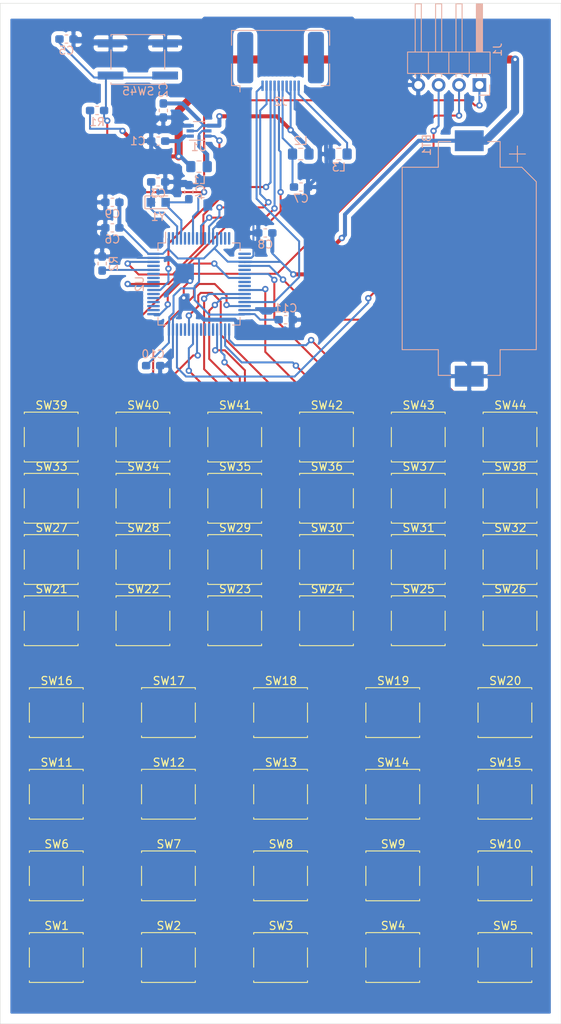
<source format=kicad_pcb>
(kicad_pcb (version 20171130) (host pcbnew 5.1.5+dfsg1-2build2)
  (layers (0 F.Cu signal) (31 B.Cu signal) (34 B.Paste user) (35 F.Paste user) (36 B.SilkS user) (37 F.SilkS user) (38 B.Mask user) (39 F.Mask user) (44 Edge.Cuts user))
  (net 0 "")
  (net 1 GND)
  (net 2 +BATT)
  (net 3 +5V)
  (net 4 "Net-(C3-Pad1)")
  (net 5 "Net-(C4-Pad1)")
  (net 6 /NRST)
  (net 7 /SWCLK)
  (net 8 /SWDIO)
  (net 9 /DISP)
  (net 10 /EXTCOMIN)
  (net 11 /SCS)
  (net 12 /SI)
  (net 13 /SCLK)
  (net 14 "Net-(L1-Pad2)")
  (net 15 "Net-(R2-Pad1)")
  (net 16 /kh1)
  (net 17 /kv1)
  (net 18 /kv2)
  (net 19 /kv3)
  (net 20 /kv4)
  (net 21 /kv5)
  (net 22 /kh2)
  (net 23 /kh3)
  (net 24 /kh4)
  (net 25 /kh5)
  (net 26 /kv6)
  (net 27 /kh6)
  (net 28 /kh7)
  (net 29 /kh8)
  (net 30 /5V_EN)
  (net 31 "Net-(C7-Pad1)")
  (net 32 "Net-(J2-Pad10)")
  (module Capacitor_SMD:C_0603_1608Metric_Pad1.05x0.95mm_HandSolder (layer B.Cu) (at 95.25 71.755 180)
    (fp_text reference C11 (at 0 1.43) (layer B.SilkS) (effects (justify mirror)))
    (fp_text value "100 nF")
    (pad 2 smd roundrect (at 0.875 0 180) (size 1.05 0.95) (layers B.Cu B.Paste B.Mask) (net 2 +BATT))
    (pad 1 smd roundrect (at -0.875 0 180) (size 1.05 0.95) (layers B.Cu B.Paste B.Mask) (net 1 GND))
  )
  (module Button_Switch_SMD:SW_SPST_EVQQ2 (layer B.Cu) (at 76.835 39.37)
    (fp_text reference SW45 (at 0.05 3.95) (layer B.SilkS) (effects (justify mirror)))
    (fp_text value "\"Reset\"")
    (pad 2 smd rect (at 3.4 -2) (size 3.2 1) (layers B.Cu B.Paste B.Mask) (net 1 GND))
    (pad 2 smd rect (at -3.4 -2) (size 3.2 1) (layers B.Cu B.Paste B.Mask) (net 1 GND))
    (pad 1 smd rect (at -3.4 2) (size 3.2 1) (layers B.Cu B.Paste B.Mask) (net 6 /NRST))
    (pad 1 smd rect (at 3.4 2) (size 3.2 1) (layers B.Cu B.Paste B.Mask) (net 6 /NRST))
  )
  (module Button_Switch_SMD:SW_SPST_EVQQ2 (layer F.Cu) (at 123.19 86.36)
    (fp_text reference SW44 (at 0.05 -3.95) (layer F.SilkS))
    (fp_text value SW_Push_45deg)
    (pad 2 smd rect (at 3.4 2) (size 3.2 1) (layers F.Cu F.Paste F.Mask) (net 29 /kh8))
    (pad 2 smd rect (at -3.4 2) (size 3.2 1) (layers F.Cu F.Paste F.Mask) (net 29 /kh8))
    (pad 1 smd rect (at -3.4 -2) (size 3.2 1) (layers F.Cu F.Paste F.Mask) (net 26 /kv6))
    (pad 1 smd rect (at 3.4 -2) (size 3.2 1) (layers F.Cu F.Paste F.Mask) (net 26 /kv6))
  )
  (module Button_Switch_SMD:SW_SPST_EVQQ2 (layer F.Cu) (at 111.76 86.36)
    (fp_text reference SW43 (at 0.05 -3.95) (layer F.SilkS))
    (fp_text value SW_Push_45deg)
    (pad 2 smd rect (at 3.4 2) (size 3.2 1) (layers F.Cu F.Paste F.Mask) (net 29 /kh8))
    (pad 2 smd rect (at -3.4 2) (size 3.2 1) (layers F.Cu F.Paste F.Mask) (net 29 /kh8))
    (pad 1 smd rect (at -3.4 -2) (size 3.2 1) (layers F.Cu F.Paste F.Mask) (net 21 /kv5))
    (pad 1 smd rect (at 3.4 -2) (size 3.2 1) (layers F.Cu F.Paste F.Mask) (net 21 /kv5))
  )
  (module Button_Switch_SMD:SW_SPST_EVQQ2 (layer F.Cu) (at 100.33 86.36)
    (fp_text reference SW42 (at 0.05 -3.95) (layer F.SilkS))
    (fp_text value SW_Push_45deg)
    (pad 2 smd rect (at 3.4 2) (size 3.2 1) (layers F.Cu F.Paste F.Mask) (net 29 /kh8))
    (pad 2 smd rect (at -3.4 2) (size 3.2 1) (layers F.Cu F.Paste F.Mask) (net 29 /kh8))
    (pad 1 smd rect (at -3.4 -2) (size 3.2 1) (layers F.Cu F.Paste F.Mask) (net 20 /kv4))
    (pad 1 smd rect (at 3.4 -2) (size 3.2 1) (layers F.Cu F.Paste F.Mask) (net 20 /kv4))
  )
  (module Button_Switch_SMD:SW_SPST_EVQQ2 (layer F.Cu) (at 88.9 86.36)
    (fp_text reference SW41 (at 0.05 -3.95) (layer F.SilkS))
    (fp_text value SW_Push_45deg)
    (pad 2 smd rect (at 3.4 2) (size 3.2 1) (layers F.Cu F.Paste F.Mask) (net 29 /kh8))
    (pad 2 smd rect (at -3.4 2) (size 3.2 1) (layers F.Cu F.Paste F.Mask) (net 29 /kh8))
    (pad 1 smd rect (at -3.4 -2) (size 3.2 1) (layers F.Cu F.Paste F.Mask) (net 19 /kv3))
    (pad 1 smd rect (at 3.4 -2) (size 3.2 1) (layers F.Cu F.Paste F.Mask) (net 19 /kv3))
  )
  (module Button_Switch_SMD:SW_SPST_EVQQ2 (layer F.Cu) (at 77.47 86.36)
    (fp_text reference SW40 (at 0.05 -3.95) (layer F.SilkS))
    (fp_text value SW_Push_45deg)
    (pad 2 smd rect (at 3.4 2) (size 3.2 1) (layers F.Cu F.Paste F.Mask) (net 29 /kh8))
    (pad 2 smd rect (at -3.4 2) (size 3.2 1) (layers F.Cu F.Paste F.Mask) (net 29 /kh8))
    (pad 1 smd rect (at -3.4 -2) (size 3.2 1) (layers F.Cu F.Paste F.Mask) (net 18 /kv2))
    (pad 1 smd rect (at 3.4 -2) (size 3.2 1) (layers F.Cu F.Paste F.Mask) (net 18 /kv2))
  )
  (module Button_Switch_SMD:SW_SPST_EVQQ2 (layer F.Cu) (at 66.04 86.36)
    (fp_text reference SW39 (at 0.05 -3.95) (layer F.SilkS))
    (fp_text value SW_Push_45deg)
    (pad 2 smd rect (at 3.4 2) (size 3.2 1) (layers F.Cu F.Paste F.Mask) (net 29 /kh8))
    (pad 2 smd rect (at -3.4 2) (size 3.2 1) (layers F.Cu F.Paste F.Mask) (net 29 /kh8))
    (pad 1 smd rect (at -3.4 -2) (size 3.2 1) (layers F.Cu F.Paste F.Mask) (net 17 /kv1))
    (pad 1 smd rect (at 3.4 -2) (size 3.2 1) (layers F.Cu F.Paste F.Mask) (net 17 /kv1))
  )
  (module Button_Switch_SMD:SW_SPST_EVQQ2 (layer F.Cu) (at 123.19 93.98)
    (fp_text reference SW38 (at 0.05 -3.95) (layer F.SilkS))
    (fp_text value SW_Push_45deg)
    (pad 2 smd rect (at 3.4 2) (size 3.2 1) (layers F.Cu F.Paste F.Mask) (net 28 /kh7))
    (pad 2 smd rect (at -3.4 2) (size 3.2 1) (layers F.Cu F.Paste F.Mask) (net 28 /kh7))
    (pad 1 smd rect (at -3.4 -2) (size 3.2 1) (layers F.Cu F.Paste F.Mask) (net 26 /kv6))
    (pad 1 smd rect (at 3.4 -2) (size 3.2 1) (layers F.Cu F.Paste F.Mask) (net 26 /kv6))
  )
  (module Button_Switch_SMD:SW_SPST_EVQQ2 (layer F.Cu) (at 111.76 93.98)
    (fp_text reference SW37 (at 0.05 -3.95) (layer F.SilkS))
    (fp_text value SW_Push_45deg)
    (pad 2 smd rect (at 3.4 2) (size 3.2 1) (layers F.Cu F.Paste F.Mask) (net 28 /kh7))
    (pad 2 smd rect (at -3.4 2) (size 3.2 1) (layers F.Cu F.Paste F.Mask) (net 28 /kh7))
    (pad 1 smd rect (at -3.4 -2) (size 3.2 1) (layers F.Cu F.Paste F.Mask) (net 21 /kv5))
    (pad 1 smd rect (at 3.4 -2) (size 3.2 1) (layers F.Cu F.Paste F.Mask) (net 21 /kv5))
  )
  (module Button_Switch_SMD:SW_SPST_EVQQ2 (layer F.Cu) (at 100.33 93.98)
    (fp_text reference SW36 (at 0.05 -3.95) (layer F.SilkS))
    (fp_text value SW_Push_45deg)
    (pad 2 smd rect (at 3.4 2) (size 3.2 1) (layers F.Cu F.Paste F.Mask) (net 28 /kh7))
    (pad 2 smd rect (at -3.4 2) (size 3.2 1) (layers F.Cu F.Paste F.Mask) (net 28 /kh7))
    (pad 1 smd rect (at -3.4 -2) (size 3.2 1) (layers F.Cu F.Paste F.Mask) (net 20 /kv4))
    (pad 1 smd rect (at 3.4 -2) (size 3.2 1) (layers F.Cu F.Paste F.Mask) (net 20 /kv4))
  )
  (module Button_Switch_SMD:SW_SPST_EVQQ2 (layer F.Cu) (at 88.9 93.98)
    (fp_text reference SW35 (at 0.05 -3.95) (layer F.SilkS))
    (fp_text value SW_Push_45deg)
    (pad 2 smd rect (at 3.4 2) (size 3.2 1) (layers F.Cu F.Paste F.Mask) (net 28 /kh7))
    (pad 2 smd rect (at -3.4 2) (size 3.2 1) (layers F.Cu F.Paste F.Mask) (net 28 /kh7))
    (pad 1 smd rect (at -3.4 -2) (size 3.2 1) (layers F.Cu F.Paste F.Mask) (net 19 /kv3))
    (pad 1 smd rect (at 3.4 -2) (size 3.2 1) (layers F.Cu F.Paste F.Mask) (net 19 /kv3))
  )
  (module Button_Switch_SMD:SW_SPST_EVQQ2 (layer F.Cu) (at 77.47 93.98)
    (fp_text reference SW34 (at 0.05 -3.95) (layer F.SilkS))
    (fp_text value SW_Push_45deg)
    (pad 2 smd rect (at 3.4 2) (size 3.2 1) (layers F.Cu F.Paste F.Mask) (net 28 /kh7))
    (pad 2 smd rect (at -3.4 2) (size 3.2 1) (layers F.Cu F.Paste F.Mask) (net 28 /kh7))
    (pad 1 smd rect (at -3.4 -2) (size 3.2 1) (layers F.Cu F.Paste F.Mask) (net 18 /kv2))
    (pad 1 smd rect (at 3.4 -2) (size 3.2 1) (layers F.Cu F.Paste F.Mask) (net 18 /kv2))
  )
  (module Button_Switch_SMD:SW_SPST_EVQQ2 (layer F.Cu) (at 66.04 93.98)
    (fp_text reference SW33 (at 0.05 -3.95) (layer F.SilkS))
    (fp_text value SW_Push_45deg)
    (pad 2 smd rect (at 3.4 2) (size 3.2 1) (layers F.Cu F.Paste F.Mask) (net 28 /kh7))
    (pad 2 smd rect (at -3.4 2) (size 3.2 1) (layers F.Cu F.Paste F.Mask) (net 28 /kh7))
    (pad 1 smd rect (at -3.4 -2) (size 3.2 1) (layers F.Cu F.Paste F.Mask) (net 17 /kv1))
    (pad 1 smd rect (at 3.4 -2) (size 3.2 1) (layers F.Cu F.Paste F.Mask) (net 17 /kv1))
  )
  (module Button_Switch_SMD:SW_SPST_EVQQ2 (layer F.Cu) (at 123.19 101.6)
    (fp_text reference SW32 (at 0.05 -3.95) (layer F.SilkS))
    (fp_text value SW_Push_45deg)
    (pad 2 smd rect (at 3.4 2) (size 3.2 1) (layers F.Cu F.Paste F.Mask) (net 27 /kh6))
    (pad 2 smd rect (at -3.4 2) (size 3.2 1) (layers F.Cu F.Paste F.Mask) (net 27 /kh6))
    (pad 1 smd rect (at -3.4 -2) (size 3.2 1) (layers F.Cu F.Paste F.Mask) (net 26 /kv6))
    (pad 1 smd rect (at 3.4 -2) (size 3.2 1) (layers F.Cu F.Paste F.Mask) (net 26 /kv6))
  )
  (module Button_Switch_SMD:SW_SPST_EVQQ2 (layer F.Cu) (at 111.76 101.6)
    (fp_text reference SW31 (at 0.05 -3.95) (layer F.SilkS))
    (fp_text value SW_Push_45deg)
    (pad 2 smd rect (at 3.4 2) (size 3.2 1) (layers F.Cu F.Paste F.Mask) (net 27 /kh6))
    (pad 2 smd rect (at -3.4 2) (size 3.2 1) (layers F.Cu F.Paste F.Mask) (net 27 /kh6))
    (pad 1 smd rect (at -3.4 -2) (size 3.2 1) (layers F.Cu F.Paste F.Mask) (net 21 /kv5))
    (pad 1 smd rect (at 3.4 -2) (size 3.2 1) (layers F.Cu F.Paste F.Mask) (net 21 /kv5))
  )
  (module Button_Switch_SMD:SW_SPST_EVQQ2 (layer F.Cu) (at 100.33 101.6)
    (fp_text reference SW30 (at 0.05 -3.95) (layer F.SilkS))
    (fp_text value SW_Push_45deg)
    (pad 2 smd rect (at 3.4 2) (size 3.2 1) (layers F.Cu F.Paste F.Mask) (net 27 /kh6))
    (pad 2 smd rect (at -3.4 2) (size 3.2 1) (layers F.Cu F.Paste F.Mask) (net 27 /kh6))
    (pad 1 smd rect (at -3.4 -2) (size 3.2 1) (layers F.Cu F.Paste F.Mask) (net 20 /kv4))
    (pad 1 smd rect (at 3.4 -2) (size 3.2 1) (layers F.Cu F.Paste F.Mask) (net 20 /kv4))
  )
  (module Button_Switch_SMD:SW_SPST_EVQQ2 (layer F.Cu) (at 88.9 101.6)
    (fp_text reference SW29 (at 0.05 -3.95) (layer F.SilkS))
    (fp_text value SW_Push_45deg)
    (pad 2 smd rect (at 3.4 2) (size 3.2 1) (layers F.Cu F.Paste F.Mask) (net 27 /kh6))
    (pad 2 smd rect (at -3.4 2) (size 3.2 1) (layers F.Cu F.Paste F.Mask) (net 27 /kh6))
    (pad 1 smd rect (at -3.4 -2) (size 3.2 1) (layers F.Cu F.Paste F.Mask) (net 19 /kv3))
    (pad 1 smd rect (at 3.4 -2) (size 3.2 1) (layers F.Cu F.Paste F.Mask) (net 19 /kv3))
  )
  (module Button_Switch_SMD:SW_SPST_EVQQ2 (layer F.Cu) (at 77.47 101.6)
    (fp_text reference SW28 (at 0.05 -3.95) (layer F.SilkS))
    (fp_text value SW_Push_45deg)
    (pad 2 smd rect (at 3.4 2) (size 3.2 1) (layers F.Cu F.Paste F.Mask) (net 27 /kh6))
    (pad 2 smd rect (at -3.4 2) (size 3.2 1) (layers F.Cu F.Paste F.Mask) (net 27 /kh6))
    (pad 1 smd rect (at -3.4 -2) (size 3.2 1) (layers F.Cu F.Paste F.Mask) (net 18 /kv2))
    (pad 1 smd rect (at 3.4 -2) (size 3.2 1) (layers F.Cu F.Paste F.Mask) (net 18 /kv2))
  )
  (module Button_Switch_SMD:SW_SPST_EVQQ2 (layer F.Cu) (at 66.04 101.6)
    (fp_text reference SW27 (at 0.05 -3.95) (layer F.SilkS))
    (fp_text value SW_Push_45deg)
    (pad 2 smd rect (at 3.4 2) (size 3.2 1) (layers F.Cu F.Paste F.Mask) (net 27 /kh6))
    (pad 2 smd rect (at -3.4 2) (size 3.2 1) (layers F.Cu F.Paste F.Mask) (net 27 /kh6))
    (pad 1 smd rect (at -3.4 -2) (size 3.2 1) (layers F.Cu F.Paste F.Mask) (net 17 /kv1))
    (pad 1 smd rect (at 3.4 -2) (size 3.2 1) (layers F.Cu F.Paste F.Mask) (net 17 /kv1))
  )
  (module Button_Switch_SMD:SW_SPST_EVQQ2 (layer F.Cu) (at 123.19 109.22)
    (fp_text reference SW26 (at 0.05 -3.95) (layer F.SilkS))
    (fp_text value SW_Push_45deg)
    (pad 2 smd rect (at 3.4 2) (size 3.2 1) (layers F.Cu F.Paste F.Mask) (net 25 /kh5))
    (pad 2 smd rect (at -3.4 2) (size 3.2 1) (layers F.Cu F.Paste F.Mask) (net 25 /kh5))
    (pad 1 smd rect (at -3.4 -2) (size 3.2 1) (layers F.Cu F.Paste F.Mask) (net 26 /kv6))
    (pad 1 smd rect (at 3.4 -2) (size 3.2 1) (layers F.Cu F.Paste F.Mask) (net 26 /kv6))
  )
  (module Button_Switch_SMD:SW_SPST_EVQQ2 (layer F.Cu) (at 111.76 109.22)
    (fp_text reference SW25 (at 0.05 -3.95) (layer F.SilkS))
    (fp_text value SW_Push_45deg)
    (pad 2 smd rect (at 3.4 2) (size 3.2 1) (layers F.Cu F.Paste F.Mask) (net 25 /kh5))
    (pad 2 smd rect (at -3.4 2) (size 3.2 1) (layers F.Cu F.Paste F.Mask) (net 25 /kh5))
    (pad 1 smd rect (at -3.4 -2) (size 3.2 1) (layers F.Cu F.Paste F.Mask) (net 21 /kv5))
    (pad 1 smd rect (at 3.4 -2) (size 3.2 1) (layers F.Cu F.Paste F.Mask) (net 21 /kv5))
  )
  (module Button_Switch_SMD:SW_SPST_EVQQ2 (layer F.Cu) (at 100.33 109.22)
    (fp_text reference SW24 (at 0.05 -3.95) (layer F.SilkS))
    (fp_text value SW_Push_45deg)
    (pad 2 smd rect (at 3.4 2) (size 3.2 1) (layers F.Cu F.Paste F.Mask) (net 25 /kh5))
    (pad 2 smd rect (at -3.4 2) (size 3.2 1) (layers F.Cu F.Paste F.Mask) (net 25 /kh5))
    (pad 1 smd rect (at -3.4 -2) (size 3.2 1) (layers F.Cu F.Paste F.Mask) (net 20 /kv4))
    (pad 1 smd rect (at 3.4 -2) (size 3.2 1) (layers F.Cu F.Paste F.Mask) (net 20 /kv4))
  )
  (module Button_Switch_SMD:SW_SPST_EVQQ2 (layer F.Cu) (at 88.9 109.22)
    (fp_text reference SW23 (at 0.05 -3.95) (layer F.SilkS))
    (fp_text value SW_Push_45deg)
    (pad 2 smd rect (at 3.4 2) (size 3.2 1) (layers F.Cu F.Paste F.Mask) (net 25 /kh5))
    (pad 2 smd rect (at -3.4 2) (size 3.2 1) (layers F.Cu F.Paste F.Mask) (net 25 /kh5))
    (pad 1 smd rect (at -3.4 -2) (size 3.2 1) (layers F.Cu F.Paste F.Mask) (net 19 /kv3))
    (pad 1 smd rect (at 3.4 -2) (size 3.2 1) (layers F.Cu F.Paste F.Mask) (net 19 /kv3))
  )
  (module Button_Switch_SMD:SW_SPST_EVQQ2 (layer F.Cu) (at 77.47 109.22)
    (fp_text reference SW22 (at 0.05 -3.95) (layer F.SilkS))
    (fp_text value SW_Push_45deg)
    (pad 2 smd rect (at 3.4 2) (size 3.2 1) (layers F.Cu F.Paste F.Mask) (net 25 /kh5))
    (pad 2 smd rect (at -3.4 2) (size 3.2 1) (layers F.Cu F.Paste F.Mask) (net 25 /kh5))
    (pad 1 smd rect (at -3.4 -2) (size 3.2 1) (layers F.Cu F.Paste F.Mask) (net 18 /kv2))
    (pad 1 smd rect (at 3.4 -2) (size 3.2 1) (layers F.Cu F.Paste F.Mask) (net 18 /kv2))
  )
  (module Button_Switch_SMD:SW_SPST_EVQQ2 (layer F.Cu) (at 66.04 109.22)
    (fp_text reference SW21 (at 0.05 -3.95) (layer F.SilkS))
    (fp_text value SW_Push_45deg)
    (pad 2 smd rect (at 3.4 2) (size 3.2 1) (layers F.Cu F.Paste F.Mask) (net 25 /kh5))
    (pad 2 smd rect (at -3.4 2) (size 3.2 1) (layers F.Cu F.Paste F.Mask) (net 25 /kh5))
    (pad 1 smd rect (at -3.4 -2) (size 3.2 1) (layers F.Cu F.Paste F.Mask) (net 17 /kv1))
    (pad 1 smd rect (at 3.4 -2) (size 3.2 1) (layers F.Cu F.Paste F.Mask) (net 17 /kv1))
  )
  (module Button_Switch_SMD:SW_SPST_EVQQ2 (layer F.Cu) (at 122.555 120.65)
    (fp_text reference SW20 (at 0.05 -3.95) (layer F.SilkS))
    (fp_text value "\"C\"")
    (pad 2 smd rect (at 3.4 2) (size 3.2 1) (layers F.Cu F.Paste F.Mask) (net 24 /kh4))
    (pad 2 smd rect (at -3.4 2) (size 3.2 1) (layers F.Cu F.Paste F.Mask) (net 24 /kh4))
    (pad 1 smd rect (at -3.4 -2) (size 3.2 1) (layers F.Cu F.Paste F.Mask) (net 21 /kv5))
    (pad 1 smd rect (at 3.4 -2) (size 3.2 1) (layers F.Cu F.Paste F.Mask) (net 21 /kv5))
  )
  (module Button_Switch_SMD:SW_SPST_EVQQ2 (layer F.Cu) (at 108.585 120.65)
    (fp_text reference SW19 (at 0.05 -3.95) (layer F.SilkS))
    (fp_text value "\"EXP\"")
    (pad 2 smd rect (at 3.4 2) (size 3.2 1) (layers F.Cu F.Paste F.Mask) (net 24 /kh4))
    (pad 2 smd rect (at -3.4 2) (size 3.2 1) (layers F.Cu F.Paste F.Mask) (net 24 /kh4))
    (pad 1 smd rect (at -3.4 -2) (size 3.2 1) (layers F.Cu F.Paste F.Mask) (net 20 /kv4))
    (pad 1 smd rect (at 3.4 -2) (size 3.2 1) (layers F.Cu F.Paste F.Mask) (net 20 /kv4))
  )
  (module Button_Switch_SMD:SW_SPST_EVQQ2 (layer F.Cu) (at 94.615 120.65)
    (fp_text reference SW18 (at 0.05 -3.95) (layer F.SilkS))
    (fp_text value "\"9\"")
    (pad 2 smd rect (at 3.4 2) (size 3.2 1) (layers F.Cu F.Paste F.Mask) (net 24 /kh4))
    (pad 2 smd rect (at -3.4 2) (size 3.2 1) (layers F.Cu F.Paste F.Mask) (net 24 /kh4))
    (pad 1 smd rect (at -3.4 -2) (size 3.2 1) (layers F.Cu F.Paste F.Mask) (net 19 /kv3))
    (pad 1 smd rect (at 3.4 -2) (size 3.2 1) (layers F.Cu F.Paste F.Mask) (net 19 /kv3))
  )
  (module Button_Switch_SMD:SW_SPST_EVQQ2 (layer F.Cu) (at 80.645 120.65)
    (fp_text reference SW17 (at 0.05 -3.95) (layer F.SilkS))
    (fp_text value "\"8\"")
    (pad 2 smd rect (at 3.4 2) (size 3.2 1) (layers F.Cu F.Paste F.Mask) (net 24 /kh4))
    (pad 2 smd rect (at -3.4 2) (size 3.2 1) (layers F.Cu F.Paste F.Mask) (net 24 /kh4))
    (pad 1 smd rect (at -3.4 -2) (size 3.2 1) (layers F.Cu F.Paste F.Mask) (net 18 /kv2))
    (pad 1 smd rect (at 3.4 -2) (size 3.2 1) (layers F.Cu F.Paste F.Mask) (net 18 /kv2))
  )
  (module Button_Switch_SMD:SW_SPST_EVQQ2 (layer F.Cu) (at 66.675 120.65)
    (fp_text reference SW16 (at 0.05 -3.95) (layer F.SilkS))
    (fp_text value "\"7\"")
    (pad 2 smd rect (at 3.4 2) (size 3.2 1) (layers F.Cu F.Paste F.Mask) (net 24 /kh4))
    (pad 2 smd rect (at -3.4 2) (size 3.2 1) (layers F.Cu F.Paste F.Mask) (net 24 /kh4))
    (pad 1 smd rect (at -3.4 -2) (size 3.2 1) (layers F.Cu F.Paste F.Mask) (net 17 /kv1))
    (pad 1 smd rect (at 3.4 -2) (size 3.2 1) (layers F.Cu F.Paste F.Mask) (net 17 /kv1))
  )
  (module Button_Switch_SMD:SW_SPST_EVQQ2 (layer F.Cu) (at 122.555 130.81)
    (fp_text reference SW15 (at 0.05 -3.95) (layer F.SilkS))
    (fp_text value "\"/\"")
    (pad 2 smd rect (at 3.4 2) (size 3.2 1) (layers F.Cu F.Paste F.Mask) (net 23 /kh3))
    (pad 2 smd rect (at -3.4 2) (size 3.2 1) (layers F.Cu F.Paste F.Mask) (net 23 /kh3))
    (pad 1 smd rect (at -3.4 -2) (size 3.2 1) (layers F.Cu F.Paste F.Mask) (net 21 /kv5))
    (pad 1 smd rect (at 3.4 -2) (size 3.2 1) (layers F.Cu F.Paste F.Mask) (net 21 /kv5))
  )
  (module Button_Switch_SMD:SW_SPST_EVQQ2 (layer F.Cu) (at 108.585 130.81)
    (fp_text reference SW14 (at 0.05 -3.95) (layer F.SilkS))
    (fp_text value "\"*\"")
    (pad 2 smd rect (at 3.4 2) (size 3.2 1) (layers F.Cu F.Paste F.Mask) (net 23 /kh3))
    (pad 2 smd rect (at -3.4 2) (size 3.2 1) (layers F.Cu F.Paste F.Mask) (net 23 /kh3))
    (pad 1 smd rect (at -3.4 -2) (size 3.2 1) (layers F.Cu F.Paste F.Mask) (net 20 /kv4))
    (pad 1 smd rect (at 3.4 -2) (size 3.2 1) (layers F.Cu F.Paste F.Mask) (net 20 /kv4))
  )
  (module Button_Switch_SMD:SW_SPST_EVQQ2 (layer F.Cu) (at 94.615 130.81)
    (fp_text reference SW13 (at 0.05 -3.95) (layer F.SilkS))
    (fp_text value "\"6\"")
    (pad 2 smd rect (at 3.4 2) (size 3.2 1) (layers F.Cu F.Paste F.Mask) (net 23 /kh3))
    (pad 2 smd rect (at -3.4 2) (size 3.2 1) (layers F.Cu F.Paste F.Mask) (net 23 /kh3))
    (pad 1 smd rect (at -3.4 -2) (size 3.2 1) (layers F.Cu F.Paste F.Mask) (net 19 /kv3))
    (pad 1 smd rect (at 3.4 -2) (size 3.2 1) (layers F.Cu F.Paste F.Mask) (net 19 /kv3))
  )
  (module Button_Switch_SMD:SW_SPST_EVQQ2 (layer F.Cu) (at 80.645 130.81)
    (fp_text reference SW12 (at 0.05 -3.95) (layer F.SilkS))
    (fp_text value "\"5\"")
    (pad 2 smd rect (at 3.4 2) (size 3.2 1) (layers F.Cu F.Paste F.Mask) (net 23 /kh3))
    (pad 2 smd rect (at -3.4 2) (size 3.2 1) (layers F.Cu F.Paste F.Mask) (net 23 /kh3))
    (pad 1 smd rect (at -3.4 -2) (size 3.2 1) (layers F.Cu F.Paste F.Mask) (net 18 /kv2))
    (pad 1 smd rect (at 3.4 -2) (size 3.2 1) (layers F.Cu F.Paste F.Mask) (net 18 /kv2))
  )
  (module Button_Switch_SMD:SW_SPST_EVQQ2 (layer F.Cu) (at 66.675 130.81)
    (fp_text reference SW11 (at 0.05 -3.95) (layer F.SilkS))
    (fp_text value "\"4\"")
    (pad 2 smd rect (at 3.4 2) (size 3.2 1) (layers F.Cu F.Paste F.Mask) (net 23 /kh3))
    (pad 2 smd rect (at -3.4 2) (size 3.2 1) (layers F.Cu F.Paste F.Mask) (net 23 /kh3))
    (pad 1 smd rect (at -3.4 -2) (size 3.2 1) (layers F.Cu F.Paste F.Mask) (net 17 /kv1))
    (pad 1 smd rect (at 3.4 -2) (size 3.2 1) (layers F.Cu F.Paste F.Mask) (net 17 /kv1))
  )
  (module Button_Switch_SMD:SW_SPST_EVQQ2 (layer F.Cu) (at 122.555 140.97)
    (fp_text reference SW10 (at 0.05 -3.95) (layer F.SilkS))
    (fp_text value "\"-\"")
    (pad 2 smd rect (at 3.4 2) (size 3.2 1) (layers F.Cu F.Paste F.Mask) (net 22 /kh2))
    (pad 2 smd rect (at -3.4 2) (size 3.2 1) (layers F.Cu F.Paste F.Mask) (net 22 /kh2))
    (pad 1 smd rect (at -3.4 -2) (size 3.2 1) (layers F.Cu F.Paste F.Mask) (net 21 /kv5))
    (pad 1 smd rect (at 3.4 -2) (size 3.2 1) (layers F.Cu F.Paste F.Mask) (net 21 /kv5))
  )
  (module Button_Switch_SMD:SW_SPST_EVQQ2 (layer F.Cu) (at 108.585 140.97)
    (fp_text reference SW9 (at 0.05 -3.95) (layer F.SilkS))
    (fp_text value "\"+\"")
    (pad 2 smd rect (at 3.4 2) (size 3.2 1) (layers F.Cu F.Paste F.Mask) (net 22 /kh2))
    (pad 2 smd rect (at -3.4 2) (size 3.2 1) (layers F.Cu F.Paste F.Mask) (net 22 /kh2))
    (pad 1 smd rect (at -3.4 -2) (size 3.2 1) (layers F.Cu F.Paste F.Mask) (net 20 /kv4))
    (pad 1 smd rect (at 3.4 -2) (size 3.2 1) (layers F.Cu F.Paste F.Mask) (net 20 /kv4))
  )
  (module Button_Switch_SMD:SW_SPST_EVQQ2 (layer F.Cu) (at 94.615 140.97)
    (fp_text reference SW8 (at 0.05 -3.95) (layer F.SilkS))
    (fp_text value "\"3\"")
    (pad 2 smd rect (at 3.4 2) (size 3.2 1) (layers F.Cu F.Paste F.Mask) (net 22 /kh2))
    (pad 2 smd rect (at -3.4 2) (size 3.2 1) (layers F.Cu F.Paste F.Mask) (net 22 /kh2))
    (pad 1 smd rect (at -3.4 -2) (size 3.2 1) (layers F.Cu F.Paste F.Mask) (net 19 /kv3))
    (pad 1 smd rect (at 3.4 -2) (size 3.2 1) (layers F.Cu F.Paste F.Mask) (net 19 /kv3))
  )
  (module Button_Switch_SMD:SW_SPST_EVQQ2 (layer F.Cu) (at 80.645 140.97)
    (fp_text reference SW7 (at 0.05 -3.95) (layer F.SilkS))
    (fp_text value "\"2\"")
    (pad 2 smd rect (at 3.4 2) (size 3.2 1) (layers F.Cu F.Paste F.Mask) (net 22 /kh2))
    (pad 2 smd rect (at -3.4 2) (size 3.2 1) (layers F.Cu F.Paste F.Mask) (net 22 /kh2))
    (pad 1 smd rect (at -3.4 -2) (size 3.2 1) (layers F.Cu F.Paste F.Mask) (net 18 /kv2))
    (pad 1 smd rect (at 3.4 -2) (size 3.2 1) (layers F.Cu F.Paste F.Mask) (net 18 /kv2))
  )
  (module Button_Switch_SMD:SW_SPST_EVQQ2 (layer F.Cu) (at 66.675 140.97)
    (fp_text reference SW6 (at 0.05 -3.95) (layer F.SilkS))
    (fp_text value "\"1\"")
    (pad 2 smd rect (at 3.4 2) (size 3.2 1) (layers F.Cu F.Paste F.Mask) (net 22 /kh2))
    (pad 2 smd rect (at -3.4 2) (size 3.2 1) (layers F.Cu F.Paste F.Mask) (net 22 /kh2))
    (pad 1 smd rect (at -3.4 -2) (size 3.2 1) (layers F.Cu F.Paste F.Mask) (net 17 /kv1))
    (pad 1 smd rect (at 3.4 -2) (size 3.2 1) (layers F.Cu F.Paste F.Mask) (net 17 /kv1))
  )
  (module Button_Switch_SMD:SW_SPST_EVQQ2 (layer F.Cu) (at 122.555 151.13)
    (fp_text reference SW5 (at 0.05 -3.95) (layer F.SilkS))
    (fp_text value "\"Enter\"")
    (pad 2 smd rect (at 3.4 2) (size 3.2 1) (layers F.Cu F.Paste F.Mask) (net 16 /kh1))
    (pad 2 smd rect (at -3.4 2) (size 3.2 1) (layers F.Cu F.Paste F.Mask) (net 16 /kh1))
    (pad 1 smd rect (at -3.4 -2) (size 3.2 1) (layers F.Cu F.Paste F.Mask) (net 21 /kv5))
    (pad 1 smd rect (at 3.4 -2) (size 3.2 1) (layers F.Cu F.Paste F.Mask) (net 21 /kv5))
  )
  (module Button_Switch_SMD:SW_SPST_EVQQ2 (layer F.Cu) (at 108.585 151.13)
    (fp_text reference SW4 (at 0.05 -3.95) (layer F.SilkS))
    (fp_text value "\"+-\"")
    (pad 2 smd rect (at 3.4 2) (size 3.2 1) (layers F.Cu F.Paste F.Mask) (net 16 /kh1))
    (pad 2 smd rect (at -3.4 2) (size 3.2 1) (layers F.Cu F.Paste F.Mask) (net 16 /kh1))
    (pad 1 smd rect (at -3.4 -2) (size 3.2 1) (layers F.Cu F.Paste F.Mask) (net 20 /kv4))
    (pad 1 smd rect (at 3.4 -2) (size 3.2 1) (layers F.Cu F.Paste F.Mask) (net 20 /kv4))
  )
  (module Button_Switch_SMD:SW_SPST_EVQQ2 (layer F.Cu) (at 94.615 151.13)
    (fp_text reference SW3 (at 0.05 -3.95) (layer F.SilkS))
    (fp_text value "\".\"")
    (pad 2 smd rect (at 3.4 2) (size 3.2 1) (layers F.Cu F.Paste F.Mask) (net 16 /kh1))
    (pad 2 smd rect (at -3.4 2) (size 3.2 1) (layers F.Cu F.Paste F.Mask) (net 16 /kh1))
    (pad 1 smd rect (at -3.4 -2) (size 3.2 1) (layers F.Cu F.Paste F.Mask) (net 19 /kv3))
    (pad 1 smd rect (at 3.4 -2) (size 3.2 1) (layers F.Cu F.Paste F.Mask) (net 19 /kv3))
  )
  (module Button_Switch_SMD:SW_SPST_EVQQ2 (layer F.Cu) (at 80.645 151.13)
    (fp_text reference SW2 (at 0.05 -3.95) (layer F.SilkS))
    (fp_text value "\"/-/\"")
    (pad 2 smd rect (at 3.4 2) (size 3.2 1) (layers F.Cu F.Paste F.Mask) (net 16 /kh1))
    (pad 2 smd rect (at -3.4 2) (size 3.2 1) (layers F.Cu F.Paste F.Mask) (net 16 /kh1))
    (pad 1 smd rect (at -3.4 -2) (size 3.2 1) (layers F.Cu F.Paste F.Mask) (net 18 /kv2))
    (pad 1 smd rect (at 3.4 -2) (size 3.2 1) (layers F.Cu F.Paste F.Mask) (net 18 /kv2))
  )
  (module Button_Switch_SMD:SW_SPST_EVQQ2 (layer F.Cu) (at 66.675 151.13)
    (fp_text reference SW1 (at 0.05 -3.95) (layer F.SilkS))
    (fp_text value "\"0\"")
    (pad 2 smd rect (at 3.4 2) (size 3.2 1) (layers F.Cu F.Paste F.Mask) (net 16 /kh1))
    (pad 2 smd rect (at -3.4 2) (size 3.2 1) (layers F.Cu F.Paste F.Mask) (net 16 /kh1))
    (pad 1 smd rect (at -3.4 -2) (size 3.2 1) (layers F.Cu F.Paste F.Mask) (net 17 /kv1))
    (pad 1 smd rect (at 3.4 -2) (size 3.2 1) (layers F.Cu F.Paste F.Mask) (net 17 /kv1))
  )
  (module Package_QFP:LQFP-64_10x10mm_P0.5mm (layer B.Cu) (at 84.455 67.31 270)
    (fp_text reference U2 (at 0 7.4 90) (layer B.SilkS) (effects (justify mirror)))
    (fp_text value STM32L476RETx)
    (pad 64 smd roundrect (at -3.75 5.675 270) (size 0.3 1.55) (layers B.Cu B.Paste B.Mask) (net 2 +BATT))
    (pad 63 smd roundrect (at -3.25 5.675 270) (size 0.3 1.55) (layers B.Cu B.Paste B.Mask) (net 1 GND))
    (pad 62 smd roundrect (at -2.75 5.675 270) (size 0.3 1.55) (layers B.Cu B.Paste B.Mask) (net 11 /SCS))
    (pad 61 smd roundrect (at -2.25 5.675 270) (size 0.3 1.55) (layers B.Cu B.Paste B.Mask))
    (pad 60 smd roundrect (at -1.75 5.675 270) (size 0.3 1.55) (layers B.Cu B.Paste B.Mask) (net 15 "Net-(R2-Pad1)"))
    (pad 59 smd roundrect (at -1.25 5.675 270) (size 0.3 1.55) (layers B.Cu B.Paste B.Mask))
    (pad 58 smd roundrect (at -0.75 5.675 270) (size 0.3 1.55) (layers B.Cu B.Paste B.Mask))
    (pad 57 smd roundrect (at -0.25 5.675 270) (size 0.3 1.55) (layers B.Cu B.Paste B.Mask))
    (pad 56 smd roundrect (at 0.25 5.675 270) (size 0.3 1.55) (layers B.Cu B.Paste B.Mask) (net 9 /DISP))
    (pad 55 smd roundrect (at 0.75 5.675 270) (size 0.3 1.55) (layers B.Cu B.Paste B.Mask) (net 30 /5V_EN))
    (pad 54 smd roundrect (at 1.25 5.675 270) (size 0.3 1.55) (layers B.Cu B.Paste B.Mask))
    (pad 53 smd roundrect (at 1.75 5.675 270) (size 0.3 1.55) (layers B.Cu B.Paste B.Mask))
    (pad 52 smd roundrect (at 2.25 5.675 270) (size 0.3 1.55) (layers B.Cu B.Paste B.Mask))
    (pad 51 smd roundrect (at 2.75 5.675 270) (size 0.3 1.55) (layers B.Cu B.Paste B.Mask))
    (pad 50 smd roundrect (at 3.25 5.675 270) (size 0.3 1.55) (layers B.Cu B.Paste B.Mask))
    (pad 49 smd roundrect (at 3.75 5.675 270) (size 0.3 1.55) (layers B.Cu B.Paste B.Mask) (net 7 /SWCLK))
    (pad 48 smd roundrect (at 5.675 3.75 270) (size 1.55 0.3) (layers B.Cu B.Paste B.Mask) (net 2 +BATT))
    (pad 47 smd roundrect (at 5.675 3.25 270) (size 1.55 0.3) (layers B.Cu B.Paste B.Mask) (net 1 GND))
    (pad 46 smd roundrect (at 5.675 2.75 270) (size 1.55 0.3) (layers B.Cu B.Paste B.Mask) (net 8 /SWDIO))
    (pad 45 smd roundrect (at 5.675 2.25 270) (size 1.55 0.3) (layers B.Cu B.Paste B.Mask))
    (pad 44 smd roundrect (at 5.675 1.75 270) (size 1.55 0.3) (layers B.Cu B.Paste B.Mask))
    (pad 43 smd roundrect (at 5.675 1.25 270) (size 1.55 0.3) (layers B.Cu B.Paste B.Mask) (net 20 /kv4))
    (pad 42 smd roundrect (at 5.675 0.75 270) (size 1.55 0.3) (layers B.Cu B.Paste B.Mask) (net 19 /kv3))
    (pad 41 smd roundrect (at 5.675 0.25 270) (size 1.55 0.3) (layers B.Cu B.Paste B.Mask) (net 18 /kv2))
    (pad 40 smd roundrect (at 5.675 -0.25 270) (size 1.55 0.3) (layers B.Cu B.Paste B.Mask))
    (pad 39 smd roundrect (at 5.675 -0.75 270) (size 1.55 0.3) (layers B.Cu B.Paste B.Mask))
    (pad 38 smd roundrect (at 5.675 -1.25 270) (size 1.55 0.3) (layers B.Cu B.Paste B.Mask))
    (pad 37 smd roundrect (at 5.675 -1.75 270) (size 1.55 0.3) (layers B.Cu B.Paste B.Mask))
    (pad 36 smd roundrect (at 5.675 -2.25 270) (size 1.55 0.3) (layers B.Cu B.Paste B.Mask) (net 29 /kh8))
    (pad 35 smd roundrect (at 5.675 -2.75 270) (size 1.55 0.3) (layers B.Cu B.Paste B.Mask) (net 28 /kh7))
    (pad 34 smd roundrect (at 5.675 -3.25 270) (size 1.55 0.3) (layers B.Cu B.Paste B.Mask) (net 27 /kh6))
    (pad 33 smd roundrect (at 5.675 -3.75 270) (size 1.55 0.3) (layers B.Cu B.Paste B.Mask) (net 25 /kh5))
    (pad 32 smd roundrect (at 3.75 -5.675 270) (size 0.3 1.55) (layers B.Cu B.Paste B.Mask) (net 2 +BATT))
    (pad 31 smd roundrect (at 3.25 -5.675 270) (size 0.3 1.55) (layers B.Cu B.Paste B.Mask) (net 1 GND))
    (pad 30 smd roundrect (at 2.75 -5.675 270) (size 0.3 1.55) (layers B.Cu B.Paste B.Mask) (net 24 /kh4))
    (pad 29 smd roundrect (at 2.25 -5.675 270) (size 0.3 1.55) (layers B.Cu B.Paste B.Mask) (net 13 /SCLK))
    (pad 28 smd roundrect (at 1.75 -5.675 270) (size 0.3 1.55) (layers B.Cu B.Paste B.Mask) (net 23 /kh3))
    (pad 27 smd roundrect (at 1.25 -5.675 270) (size 0.3 1.55) (layers B.Cu B.Paste B.Mask) (net 22 /kh2))
    (pad 26 smd roundrect (at 0.75 -5.675 270) (size 0.3 1.55) (layers B.Cu B.Paste B.Mask) (net 16 /kh1))
    (pad 25 smd roundrect (at 0.25 -5.675 270) (size 0.3 1.55) (layers B.Cu B.Paste B.Mask))
    (pad 24 smd roundrect (at -0.25 -5.675 270) (size 0.3 1.55) (layers B.Cu B.Paste B.Mask))
    (pad 23 smd roundrect (at -0.75 -5.675 270) (size 0.3 1.55) (layers B.Cu B.Paste B.Mask) (net 17 /kv1))
    (pad 22 smd roundrect (at -1.25 -5.675 270) (size 0.3 1.55) (layers B.Cu B.Paste B.Mask) (net 21 /kv5))
    (pad 21 smd roundrect (at -1.75 -5.675 270) (size 0.3 1.55) (layers B.Cu B.Paste B.Mask))
    (pad 20 smd roundrect (at -2.25 -5.675 270) (size 0.3 1.55) (layers B.Cu B.Paste B.Mask) (net 26 /kv6))
    (pad 19 smd roundrect (at -2.75 -5.675 270) (size 0.3 1.55) (layers B.Cu B.Paste B.Mask) (net 2 +BATT))
    (pad 18 smd roundrect (at -3.25 -5.675 270) (size 0.3 1.55) (layers B.Cu B.Paste B.Mask) (net 1 GND))
    (pad 17 smd roundrect (at -3.75 -5.675 270) (size 0.3 1.55) (layers B.Cu B.Paste B.Mask))
    (pad 16 smd roundrect (at -5.675 -3.75 270) (size 1.55 0.3) (layers B.Cu B.Paste B.Mask))
    (pad 15 smd roundrect (at -5.675 -3.25 270) (size 1.55 0.3) (layers B.Cu B.Paste B.Mask))
    (pad 14 smd roundrect (at -5.675 -2.75 270) (size 1.55 0.3) (layers B.Cu B.Paste B.Mask))
    (pad 13 smd roundrect (at -5.675 -2.25 270) (size 1.55 0.3) (layers B.Cu B.Paste B.Mask) (net 2 +BATT))
    (pad 12 smd roundrect (at -5.675 -1.75 270) (size 1.55 0.3) (layers B.Cu B.Paste B.Mask) (net 1 GND))
    (pad 11 smd roundrect (at -5.675 -1.25 270) (size 1.55 0.3) (layers B.Cu B.Paste B.Mask) (net 12 /SI))
    (pad 10 smd roundrect (at -5.675 -0.75 270) (size 1.55 0.3) (layers B.Cu B.Paste B.Mask))
    (pad 9 smd roundrect (at -5.675 -0.25 270) (size 1.55 0.3) (layers B.Cu B.Paste B.Mask) (net 10 /EXTCOMIN))
    (pad 8 smd roundrect (at -5.675 0.25 270) (size 1.55 0.3) (layers B.Cu B.Paste B.Mask))
    (pad 7 smd roundrect (at -5.675 0.75 270) (size 1.55 0.3) (layers B.Cu B.Paste B.Mask) (net 6 /NRST))
    (pad 6 smd roundrect (at -5.675 1.25 270) (size 1.55 0.3) (layers B.Cu B.Paste B.Mask))
    (pad 5 smd roundrect (at -5.675 1.75 270) (size 1.55 0.3) (layers B.Cu B.Paste B.Mask))
    (pad 4 smd roundrect (at -5.675 2.25 270) (size 1.55 0.3) (layers B.Cu B.Paste B.Mask) (net 5 "Net-(C4-Pad1)"))
    (pad 3 smd roundrect (at -5.675 2.75 270) (size 1.55 0.3) (layers B.Cu B.Paste B.Mask) (net 4 "Net-(C3-Pad1)"))
    (pad 2 smd roundrect (at -5.675 3.25 270) (size 1.55 0.3) (layers B.Cu B.Paste B.Mask))
    (pad 1 smd roundrect (at -5.675 3.75 270) (size 1.55 0.3) (layers B.Cu B.Paste B.Mask) (net 2 +BATT))
  )
  (module Inductor_SMD:L_0805_2012Metric_Pad1.15x1.40mm_HandSolder (layer B.Cu) (at 101.875001 51.140001)
    (fp_text reference L3 (at 0 1.65) (layer B.SilkS) (effects (justify mirror)))
    (fp_text value L)
    (pad 2 smd roundrect (at 1.025 0) (size 1.15 1.4) (layers B.Cu B.Paste B.Mask) (roundrect_rratio 0.217391) (net 32 "Net-(J2-Pad10)"))
    (pad 1 smd roundrect (at -1.025 0) (size 1.15 1.4) (layers B.Cu B.Paste B.Mask) (roundrect_rratio 0.217391) (net 1 GND))
  )
  (module Inductor_SMD:L_0805_2012Metric_Pad1.15x1.40mm_HandSolder (layer B.Cu) (at 97.125001 51.140001 180)
    (fp_text reference L2 (at 0 1.65) (layer B.SilkS) (effects (justify mirror)))
    (fp_text value L)
    (pad 2 smd roundrect (at 1.025 0 180) (size 1.15 1.4) (layers B.Cu B.Paste B.Mask) (roundrect_rratio 0.217391) (net 31 "Net-(C7-Pad1)"))
    (pad 1 smd roundrect (at -1.025 0 180) (size 1.15 1.4) (layers B.Cu B.Paste B.Mask) (roundrect_rratio 0.217391) (net 3 +5V))
  )
  (module Capacitor_SMD:C_0603_1608Metric_Pad1.05x0.95mm_HandSolder (layer B.Cu) (at 97.155 55.245)
    (fp_text reference C7 (at 0 1.43) (layer B.SilkS) (effects (justify mirror)))
    (fp_text value "1 uF")
    (pad 2 smd roundrect (at 0.875 0) (size 1.05 0.95) (layers B.Cu B.Paste B.Mask) (net 1 GND))
    (pad 1 smd roundrect (at -0.875 0) (size 1.05 0.95) (layers B.Cu B.Paste B.Mask) (net 31 "Net-(C7-Pad1)"))
  )
  (module Inductor_SMD:L_0805_2012Metric_Pad1.15x1.40mm_HandSolder (layer B.Cu) (at 84.455 52.705)
    (fp_text reference L1 (at 0 1.65) (layer B.SilkS) (effects (justify mirror)))
    (fp_text value "4.7 uH")
    (pad 2 smd roundrect (at 1.025 0) (size 1.15 1.4) (layers B.Cu B.Paste B.Mask) (roundrect_rratio 0.217391) (net 14 "Net-(L1-Pad2)"))
    (pad 1 smd roundrect (at -1.025 0) (size 1.15 1.4) (layers B.Cu B.Paste B.Mask) (roundrect_rratio 0.217391) (net 2 +BATT))
  )
  (module Capacitor_SMD:C_0603_1608Metric_Pad1.05x0.95mm_HandSolder (layer B.Cu) (at 79.375 54.61)
    (fp_text reference C3 (at 0 1.43) (layer B.SilkS) (effects (justify mirror)))
    (fp_text value "47 pF")
    (pad 2 smd roundrect (at 0.875 0) (size 1.05 0.95) (layers B.Cu B.Paste B.Mask) (net 1 GND))
    (pad 1 smd roundrect (at -0.875 0) (size 1.05 0.95) (layers B.Cu B.Paste B.Mask) (net 4 "Net-(C3-Pad1)"))
  )
  (module Battery:BatteryHolder_Keystone_1060_1x2032 (layer B.Cu) (at 118.11 64.135 270)
    (fp_text reference BT1 (at -14.125 5.3 90) (layer B.SilkS) (effects (justify mirror)))
    (fp_text value 3V)
    (pad 1 smd rect (at -14.65 0 90) (size 2.6 3.6) (layers B.Cu B.Paste B.Mask) (net 2 +BATT))
    (pad 2 smd rect (at 14.65 0 90) (size 2.6 3.6) (layers B.Cu B.Paste B.Mask) (net 1 GND))
  )
  (module Capacitor_SMD:C_0603_1608Metric_Pad1.05x0.95mm_HandSolder (layer B.Cu) (at 79.375 49.53 180)
    (fp_text reference C1 (at 2.54 0) (layer B.SilkS) (effects (justify mirror)))
    (fp_text value "10 uF")
    (pad 2 smd roundrect (at 0.875 0 180) (size 1.05 0.95) (layers B.Cu B.Paste B.Mask) (net 1 GND))
    (pad 1 smd roundrect (at -0.875 0 180) (size 1.05 0.95) (layers B.Cu B.Paste B.Mask) (net 2 +BATT))
  )
  (module Capacitor_SMD:C_0603_1608Metric_Pad1.05x0.95mm_HandSolder (layer B.Cu) (at 80.01 45.72 270)
    (fp_text reference C2 (at -2.54 0 90) (layer B.SilkS) (effects (justify mirror)))
    (fp_text value "10 uF")
    (pad 2 smd roundrect (at 0.875 0 270) (size 1.05 0.95) (layers B.Cu B.Paste B.Mask) (net 1 GND))
    (pad 1 smd roundrect (at -0.875 0 270) (size 1.05 0.95) (layers B.Cu B.Paste B.Mask) (net 3 +5V))
  )
  (module Capacitor_SMD:C_0603_1608Metric_Pad1.05x0.95mm_HandSolder (layer B.Cu) (at 83.185 55.88 90)
    (fp_text reference C4 (at 0 1.43 90) (layer B.SilkS) (effects (justify mirror)))
    (fp_text value "47 pF")
    (pad 2 smd roundrect (at 0.875 0 90) (size 1.05 0.95) (layers B.Cu B.Paste B.Mask) (net 1 GND))
    (pad 1 smd roundrect (at -0.875 0 90) (size 1.05 0.95) (layers B.Cu B.Paste B.Mask) (net 5 "Net-(C4-Pad1)"))
  )
  (module Capacitor_SMD:C_0603_1608Metric_Pad1.05x0.95mm_HandSolder (layer B.Cu) (at 67.945 36.83)
    (fp_text reference C5 (at 0 1.43) (layer B.SilkS) (effects (justify mirror)))
    (fp_text value "100 pF")
    (pad 2 smd roundrect (at 0.875 0) (size 1.05 0.95) (layers B.Cu B.Paste B.Mask) (net 1 GND))
    (pad 1 smd roundrect (at -0.875 0) (size 1.05 0.95) (layers B.Cu B.Paste B.Mask) (net 6 /NRST))
  )
  (module Capacitor_SMD:C_0603_1608Metric_Pad1.05x0.95mm_HandSolder (layer B.Cu) (at 73.66 60.325)
    (fp_text reference C6 (at 0 1.43) (layer B.SilkS) (effects (justify mirror)))
    (fp_text value "100 nF")
    (pad 2 smd roundrect (at 0.875 0) (size 1.05 0.95) (layers B.Cu B.Paste B.Mask) (net 2 +BATT))
    (pad 1 smd roundrect (at -0.875 0) (size 1.05 0.95) (layers B.Cu B.Paste B.Mask) (net 1 GND))
  )
  (module My:Molex_1x10_P0.50mm_Horizontal (layer B.Cu) (at 94.615 40.64)
    (fp_text reference J2 (at 0 3.98) (layer B.SilkS) (effects (justify mirror)))
    (fp_text value LCD)
    (pad 1 smd roundrect (at -2.25 2) (size 0.3 1.3) (layers B.Cu B.Paste B.Mask) (net 13 /SCLK))
    (pad 2 smd roundrect (at -1.75 2) (size 0.3 1.3) (layers B.Cu B.Paste B.Mask) (net 12 /SI))
    (pad 3 smd roundrect (at -1.25 2) (size 0.3 1.3) (layers B.Cu B.Paste B.Mask) (net 11 /SCS))
    (pad 4 smd roundrect (at -0.75 2) (size 0.3 1.3) (layers B.Cu B.Paste B.Mask) (net 10 /EXTCOMIN))
    (pad 5 smd roundrect (at -0.25 2) (size 0.3 1.3) (layers B.Cu B.Paste B.Mask) (net 9 /DISP))
    (pad 6 smd roundrect (at 0.25 2) (size 0.3 1.3) (layers B.Cu B.Paste B.Mask) (net 31 "Net-(C7-Pad1)"))
    (pad 7 smd roundrect (at 0.75 2) (size 0.3 1.3) (layers B.Cu B.Paste B.Mask) (net 3 +5V))
    (pad 8 smd roundrect (at 1.25 2) (size 0.3 1.3) (layers B.Cu B.Paste B.Mask) (net 3 +5V))
    (pad 9 smd roundrect (at 1.75 2) (size 0.3 1.3) (layers B.Cu B.Paste B.Mask) (net 1 GND))
    (pad 10 smd roundrect (at 2.25 2) (size 0.3 1.3) (layers B.Cu B.Paste B.Mask) (net 32 "Net-(J2-Pad10)"))
    (pad MP smd roundrect (at -4.4 -1.5) (size 2 6.4) (layers B.Cu B.Paste B.Mask) (roundrect_rratio 0.208))
    (pad MP smd roundrect (at 4.4 -1.5) (size 2 6.4) (layers B.Cu B.Paste B.Mask) (roundrect_rratio 0.208))
  )
  (module Resistor_SMD:R_0603_1608Metric_Pad1.05x0.95mm_HandSolder (layer B.Cu) (at 71.755 45.72)
    (fp_text reference R1 (at 0 1.43) (layer B.SilkS) (effects (justify mirror)))
    (fp_text value 10k)
    (pad 2 smd roundrect (at 0.875 0) (size 1.05 0.95) (layers B.Cu B.Paste B.Mask) (net 6 /NRST))
    (pad 1 smd roundrect (at -0.875 0) (size 1.05 0.95) (layers B.Cu B.Paste B.Mask) (net 2 +BATT))
  )
  (module Resistor_SMD:R_0603_1608Metric_Pad1.05x0.95mm_HandSolder (layer B.Cu) (at 72.39 64.77 90)
    (fp_text reference R2 (at 0 1.43 90) (layer B.SilkS) (effects (justify mirror)))
    (fp_text value 10k)
    (pad 2 smd roundrect (at 0.875 0 90) (size 1.05 0.95) (layers B.Cu B.Paste B.Mask) (net 1 GND))
    (pad 1 smd roundrect (at -0.875 0 90) (size 1.05 0.95) (layers B.Cu B.Paste B.Mask) (net 15 "Net-(R2-Pad1)"))
  )
  (module Package_TO_SOT_SMD:Texas_R-PDSO-G6 (layer B.Cu) (at 84.455 48.26)
    (fp_text reference U1 (at 0 2) (layer B.SilkS) (effects (justify mirror)))
    (fp_text value TPS61222DCK)
    (pad 6 smd rect (at 1.1 0.65) (size 0.9 0.4) (layers B.Cu B.Paste B.Mask) (net 30 /5V_EN))
    (pad 4 smd rect (at 1.1 -0.65) (size 0.9 0.4) (layers B.Cu B.Paste B.Mask) (net 3 +5V))
    (pad 2 smd rect (at -1.1 0) (size 0.9 0.4) (layers B.Cu B.Paste B.Mask) (net 3 +5V))
    (pad 5 smd rect (at 1.1 0) (size 0.9 0.4) (layers B.Cu B.Paste B.Mask) (net 14 "Net-(L1-Pad2)"))
    (pad 3 smd rect (at -1.1 -0.65) (size 0.9 0.4) (layers B.Cu B.Paste B.Mask) (net 1 GND))
    (pad 1 smd rect (at -1.1 0.65) (size 0.9 0.4) (layers B.Cu B.Paste B.Mask) (net 2 +BATT))
  )
  (module Crystal:Crystal_SMD_2012-2Pin_2.0x1.2mm_HandSoldering (layer B.Cu) (at 79.375 57.15)
    (fp_text reference Y1 (at 0 1.8) (layer B.SilkS) (effects (justify mirror)))
    (fp_text value "32768 Hz")
    (pad 2 smd rect (at 0.925 0) (size 1.05 1.1) (layers B.Cu B.Paste B.Mask) (net 5 "Net-(C4-Pad1)"))
    (pad 1 smd rect (at -0.925 0) (size 1.05 1.1) (layers B.Cu B.Paste B.Mask) (net 4 "Net-(C3-Pad1)"))
  )
  (module Capacitor_SMD:C_0603_1608Metric_Pad1.05x0.95mm_HandSolder (layer B.Cu) (at 92.71 60.96)
    (fp_text reference C8 (at 0 1.43) (layer B.SilkS) (effects (justify mirror)))
    (fp_text value "100 nF")
    (pad 2 smd roundrect (at 0.875 0) (size 1.05 0.95) (layers B.Cu B.Paste B.Mask) (net 2 +BATT))
    (pad 1 smd roundrect (at -0.875 0) (size 1.05 0.95) (layers B.Cu B.Paste B.Mask) (net 1 GND))
  )
  (module Capacitor_SMD:C_0603_1608Metric_Pad1.05x0.95mm_HandSolder (layer B.Cu) (at 73.66 57.15)
    (fp_text reference C9 (at 0 1.43) (layer B.SilkS) (effects (justify mirror)))
    (fp_text value "100 nF")
    (pad 2 smd roundrect (at 0.875 0) (size 1.05 0.95) (layers B.Cu B.Paste B.Mask) (net 2 +BATT))
    (pad 1 smd roundrect (at -0.875 0) (size 1.05 0.95) (layers B.Cu B.Paste B.Mask) (net 1 GND))
  )
  (module Capacitor_SMD:C_0603_1608Metric_Pad1.05x0.95mm_HandSolder (layer B.Cu) (at 78.74 77.47 180)
    (fp_text reference C10 (at 0 1.43) (layer B.SilkS) (effects (justify mirror)))
    (fp_text value "100 nF")
    (pad 2 smd roundrect (at 0.875 0 180) (size 1.05 0.95) (layers B.Cu B.Paste B.Mask) (net 2 +BATT))
    (pad 1 smd roundrect (at -0.875 0 180) (size 1.05 0.95) (layers B.Cu B.Paste B.Mask) (net 1 GND))
  )
  (module Connector_PinHeader_2.54mm:PinHeader_1x04_P2.54mm_Horizontal (layer B.Cu) (at 119.38 42.545 90)
    (fp_text reference J1 (at 4.385 2.27 90) (layer B.SilkS) (effects (justify mirror)))
    (fp_text value ST-LINK)
    (pad 4 thru_hole oval (at 0 -7.62 90) (size 1.7 1.7) (drill 1) (layers *.Cu *.Mask) (net 1 GND))
    (pad 3 thru_hole oval (at 0 -5.08 90) (size 1.7 1.7) (drill 1) (layers *.Cu *.Mask) (net 8 /SWDIO))
    (pad 2 thru_hole oval (at 0 -2.54 90) (size 1.7 1.7) (drill 1) (layers *.Cu *.Mask) (net 7 /SWCLK))
    (pad 1 thru_hole rect (at 0 0 90) (size 1.7 1.7) (drill 1) (layers *.Cu *.Mask) (net 6 /NRST))
  )
  (gr_line (start 59.69 159.385) (end 59.69 32.385) (layer Edge.Cuts) (width 0.05))
  (gr_line (start 129.54 159.385) (end 59.69 159.385) (layer Edge.Cuts) (width 0.05))
  (gr_line (start 129.54 32.385) (end 129.54 159.385) (layer Edge.Cuts) (width 0.05))
  (gr_line (start 59.69 32.385) (end 129.54 32.385) (layer Edge.Cuts) (width 0.05))
  (segment (start 69.11 37.12) (end 68.82 36.83) (width 0.5) (layer B.Cu) (net 1))
  (segment (start 72.86 37.12) (end 69.11 37.12) (width 0.5) (layer B.Cu) (net 1))
  (segment (start 80.81 37.12) (end 72.86 37.12) (width 0.5) (layer B.Cu) (net 1))
  (segment (start 82.79 54.61) (end 83.185 55.005) (width 0.5) (layer B.Cu) (net 1))
  (segment (start 80.25 54.61) (end 82.79 54.61) (width 0.5) (layer B.Cu) (net 1))
  (segment (start 80.25 51.28) (end 78.5 49.53) (width 0.5) (layer B.Cu) (net 1))
  (segment (start 80.25 54.61) (end 80.25 51.28) (width 0.5) (layer B.Cu) (net 1))
  (segment (start 100.275001 51.140001) (end 100.850001 51.140001) (width 0.5) (layer B.Cu) (net 1))
  (segment (start 80.462812 64.06) (end 78.78 64.06) (width 0.25) (layer B.Cu) (net 1))
  (segment (start 83.185 55.005) (end 85.923002 55.005) (width 0.5) (layer B.Cu) (net 1))
  (segment (start 97.745 55.53) (end 98.03 55.245) (width 0.5) (layer B.Cu) (net 1))
  (segment (start 97.745 68.58) (end 97.745 55.53) (width 0.5) (layer B.Cu) (net 1))
  (segment (start 90.13 70.56) (end 92.15 70.56) (width 0.25) (layer B.Cu) (net 1))
  (segment (start 82.3375 37.12) (end 80.81 37.12) (width 0.5) (layer B.Cu) (net 1))
  (segment (start 96.365 45.565) (end 96.365 42.64) (width 0.25) (layer B.Cu) (net 1))
  (segment (start 96.435 45.565) (end 100.275001 49.405001) (width 0.25) (layer B.Cu) (net 1))
  (segment (start 96.365 45.565) (end 96.435 45.565) (width 0.25) (layer B.Cu) (net 1))
  (segment (start 87.39 55.005) (end 85.923002 55.005) (width 0.5) (layer B.Cu) (net 1))
  (segment (start 87.63 55.245) (end 87.39 55.005) (width 0.5) (layer B.Cu) (net 1))
  (segment (start 91.23001 58.84501) (end 87.63 55.245) (width 0.5) (layer B.Cu) (net 1))
  (segment (start 90.970702 64.06) (end 91.23001 63.800692) (width 0.25) (layer B.Cu) (net 1))
  (segment (start 90.13 64.06) (end 90.970702 64.06) (width 0.25) (layer B.Cu) (net 1))
  (segment (start 68.82 36.83) (end 68.82 36.355) (width 0.25) (layer B.Cu) (net 1))
  (segment (start 81.205 72.985) (end 81.205 71.610999) (width 0.25) (layer B.Cu) (net 1))
  (segment (start 87.845001 55.460001) (end 87.63 55.245) (width 0.5) (layer B.Cu) (net 1))
  (segment (start 87.845001 58.839999) (end 87.845001 55.460001) (width 0.5) (layer B.Cu) (net 1))
  (segment (start 86.84 59.845) (end 87.845001 58.839999) (width 0.5) (layer B.Cu) (net 1))
  (segment (start 100.275001 49.475001) (end 100.275001 49.405001) (width 0.25) (layer B.Cu) (net 1))
  (segment (start 81.205 71.610999) (end 82.421 70.394999) (width 0.25) (layer B.Cu) (net 1))
  (segment (start 82.421 70.394999) (end 82.338647 70.312646) (width 0.25) (layer B.Cu) (net 1))
  (segment (start 72.39 61.99) (end 72.39 63.895) (width 0.5) (layer B.Cu) (net 1))
  (segment (start 73.025 60.325) (end 72.39 60.96) (width 0.5) (layer B.Cu) (net 1))
  (segment (start 72.39 63.895) (end 76.595 63.895) (width 0.5) (layer B.Cu) (net 1))
  (segment (start 76.76 64.06) (end 76.595 63.895) (width 0.25) (layer B.Cu) (net 1))
  (segment (start 78.78 64.06) (end 76.76 64.06) (width 0.25) (layer B.Cu) (net 1))
  (segment (start 72.785 59.85) (end 72.785 57.15) (width 0.5) (layer B.Cu) (net 1))
  (segment (start 72.785 60.325) (end 72.785 59.85) (width 0.25) (layer B.Cu) (net 1))
  (segment (start 80.14 77.47) (end 79.615 77.47) (width 0.25) (layer B.Cu) (net 1))
  (segment (start 81.205 76.405) (end 80.14 77.47) (width 0.25) (layer B.Cu) (net 1))
  (segment (start 81.205 72.985) (end 81.205 76.405) (width 0.25) (layer B.Cu) (net 1))
  (segment (start 91.23001 60.88001) (end 91.23001 60.75001) (width 0.25) (layer B.Cu) (net 1))
  (segment (start 91.31 60.96) (end 91.23001 60.88001) (width 0.25) (layer B.Cu) (net 1))
  (segment (start 91.835 60.96) (end 91.31 60.96) (width 0.25) (layer B.Cu) (net 1))
  (segment (start 91.23001 60.75001) (end 91.23001 58.84501) (width 0.25) (layer B.Cu) (net 1))
  (segment (start 91.23001 63.800692) (end 91.23001 60.75001) (width 0.25) (layer B.Cu) (net 1))
  (segment (start 118.11 78.785) (end 118.11 77.235) (width 0.5) (layer B.Cu) (net 1))
  (segment (start 118.11 77.235) (end 108.729998 67.854998) (width 0.5) (layer B.Cu) (net 1))
  (segment (start 108.729998 67.854998) (end 100.420002 67.854998) (width 0.5) (layer B.Cu) (net 1))
  (segment (start 100.420002 67.854998) (end 97.745 70.53) (width 0.5) (layer B.Cu) (net 1))
  (segment (start 82.55 70.101293) (end 82.55 69.606421) (width 0.5) (layer B.Cu) (net 1))
  (segment (start 82.338647 70.312646) (end 82.55 70.101293) (width 0.5) (layer B.Cu) (net 1))
  (via (at 82.55 69.040736) (size 0.8) (drill 0.4) (layers F.Cu B.Cu) (net 1))
  (segment (start 86.205 60.48) (end 86.84 59.845) (width 0.25) (layer B.Cu) (net 1))
  (segment (start 86.205 61.635) (end 86.205 60.48) (width 0.25) (layer B.Cu) (net 1))
  (segment (start 100.275001 51.380001) (end 100.275001 51.140001) (width 0.5) (layer B.Cu) (net 1))
  (segment (start 100.33 51.435) (end 100.275001 51.380001) (width 0.5) (layer B.Cu) (net 1))
  (segment (start 100.33 52.705) (end 100.33 51.435) (width 0.5) (layer B.Cu) (net 1))
  (segment (start 82.55 69.606421) (end 82.55 69.040736) (width 0.5) (layer B.Cu) (net 1))
  (segment (start 72.39 60.96) (end 72.39 61.99) (width 0.5) (layer B.Cu) (net 1))
  (segment (start 97.745 70.53) (end 97.745 68.58) (width 0.5) (layer B.Cu) (net 1))
  (segment (start 100.275001 51.140001) (end 100.275001 49.475001) (width 0.5) (layer B.Cu) (net 1))
  (segment (start 79.535 46.595) (end 80.01 46.595) (width 0.25) (layer B.Cu) (net 1))
  (segment (start 78.5 47.63) (end 79.535 46.595) (width 0.5) (layer B.Cu) (net 1))
  (segment (start 78.5 49.53) (end 78.5 47.63) (width 0.5) (layer B.Cu) (net 1))
  (segment (start 80.01 46.595) (end 81.52 46.595) (width 0.5) (layer B.Cu) (net 1))
  (segment (start 82.535 47.61) (end 83.355 47.61) (width 0.5) (layer B.Cu) (net 1))
  (segment (start 81.52 46.595) (end 82.535 47.61) (width 0.5) (layer B.Cu) (net 1))
  (segment (start 88.265 43.0475) (end 82.3375 37.12) (width 0.5) (layer B.Cu) (net 1))
  (segment (start 88.265 52.663002) (end 88.265 43.0475) (width 0.5) (layer B.Cu) (net 1))
  (segment (start 85.923002 55.005) (end 88.265 52.663002) (width 0.5) (layer B.Cu) (net 1))
  (segment (start 100.33 52.869955) (end 100.33 52.705) (width 0.5) (layer B.Cu) (net 1))
  (segment (start 98.03 55.169955) (end 100.33 52.869955) (width 0.5) (layer B.Cu) (net 1))
  (segment (start 98.03 55.245) (end 98.03 55.169955) (width 0.5) (layer B.Cu) (net 1))
  (segment (start 110.910001 41.695001) (end 111.76 42.545) (width 0.5) (layer B.Cu) (net 1))
  (segment (start 103.505 34.29) (end 110.910001 41.695001) (width 0.5) (layer B.Cu) (net 1))
  (segment (start 85.1675 34.29) (end 103.505 34.29) (width 0.5) (layer B.Cu) (net 1))
  (segment (start 82.3375 37.12) (end 85.1675 34.29) (width 0.5) (layer B.Cu) (net 1))
  (segment (start 80.75316 64.06) (end 82.937642 66.244482) (width 0.5) (layer B.Cu) (net 1))
  (segment (start 82.937642 66.5155) (end 83.337641 66.915499) (width 0.5) (layer B.Cu) (net 1))
  (segment (start 82.937642 66.244482) (end 82.937642 66.5155) (width 0.5) (layer B.Cu) (net 1))
  (segment (start 80.462812 64.06) (end 80.75316 64.06) (width 0.5) (layer B.Cu) (net 1))
  (segment (start 82.55 67.70314) (end 83.337641 66.915499) (width 0.25) (layer F.Cu) (net 1))
  (segment (start 82.55 69.040736) (end 82.55 67.70314) (width 0.25) (layer F.Cu) (net 1))
  (via (at 83.337641 66.915499) (size 0.8) (drill 0.4) (layers F.Cu B.Cu) (net 1))
  (segment (start 97.745 72.435) (end 97.745 70.53) (width 0.5) (layer B.Cu) (net 1))
  (segment (start 97.155 73.025) (end 97.745 72.435) (width 0.5) (layer B.Cu) (net 1))
  (segment (start 90.17 73.025) (end 97.155 73.025) (width 0.5) (layer B.Cu) (net 1))
  (segment (start 88.9 71.755) (end 90.17 73.025) (width 0.5) (layer B.Cu) (net 1))
  (segment (start 85.09 71.755) (end 88.9 71.755) (width 0.5) (layer B.Cu) (net 1))
  (segment (start 83.729999 70.394999) (end 85.09 71.755) (width 0.5) (layer B.Cu) (net 1))
  (segment (start 82.421 70.394999) (end 83.729999 70.394999) (width 0.5) (layer B.Cu) (net 1))
  (segment (start 95.885 73.025) (end 93.98 73.025) (width 0.5) (layer B.Cu) (net 1))
  (segment (start 92.15 70.56) (end 95.885 70.56) (width 0.5) (layer B.Cu) (net 1))
  (segment (start 95.885 71.755) (end 95.885 73.025) (width 0.5) (layer B.Cu) (net 1))
  (segment (start 95.885 70.56) (end 95.885 71.755) (width 0.5) (layer B.Cu) (net 1))
  (segment (start 104.153298 52.705) (end 100.33 52.705) (width 0.5) (layer B.Cu) (net 1))
  (segment (start 111.76 45.098298) (end 104.153298 52.705) (width 0.5) (layer B.Cu) (net 1))
  (segment (start 111.76 42.545) (end 111.76 45.098298) (width 0.5) (layer B.Cu) (net 1))
  (segment (start 86.705 62.41) (end 86.705 61.635) (width 0.25) (layer B.Cu) (net 2))
  (segment (start 79.95 63.56) (end 78.78 63.56) (width 0.25) (layer B.Cu) (net 2))
  (segment (start 80.645 62.865) (end 79.95 63.56) (width 0.25) (layer B.Cu) (net 2))
  (segment (start 80.645 61.695) (end 80.645 62.865) (width 0.25) (layer B.Cu) (net 2))
  (segment (start 80.705 61.635) (end 80.645 61.695) (width 0.25) (layer B.Cu) (net 2))
  (segment (start 81.822149 64.135) (end 85.045702 64.135) (width 0.25) (layer B.Cu) (net 2))
  (segment (start 80.705 63.017851) (end 81.822149 64.135) (width 0.25) (layer B.Cu) (net 2))
  (segment (start 80.705 61.635) (end 80.705 63.017851) (width 0.25) (layer B.Cu) (net 2))
  (segment (start 90.13 64.58499) (end 90.17 64.58499) (width 0.25) (layer B.Cu) (net 2))
  (segment (start 90.13 64.56) (end 90.13 64.58499) (width 0.25) (layer B.Cu) (net 2))
  (segment (start 85.725 71.12) (end 83.910001 69.305001) (width 0.25) (layer B.Cu) (net 2))
  (segment (start 90.07 71.12) (end 85.725 71.12) (width 0.25) (layer B.Cu) (net 2))
  (segment (start 90.13 71.06) (end 90.07 71.12) (width 0.25) (layer B.Cu) (net 2))
  (segment (start 78.165 63.56) (end 74.93 60.325) (width 0.25) (layer B.Cu) (net 2))
  (segment (start 78.78 63.56) (end 78.165 63.56) (width 0.25) (layer B.Cu) (net 2))
  (segment (start 74.535 59.85) (end 74.535 57.15) (width 0.5) (layer B.Cu) (net 2))
  (segment (start 74.535 60.325) (end 74.535 59.85) (width 0.25) (layer B.Cu) (net 2))
  (segment (start 80.705 74.63) (end 77.865 77.47) (width 0.25) (layer B.Cu) (net 2))
  (segment (start 80.705 72.985) (end 80.705 74.63) (width 0.25) (layer B.Cu) (net 2))
  (segment (start 93.585 60.96) (end 93.585 63.26003) (width 0.5) (layer B.Cu) (net 2))
  (segment (start 90.995692 64.53501) (end 88.03001 64.53501) (width 0.25) (layer B.Cu) (net 2))
  (segment (start 90.945712 64.58499) (end 90.995692 64.53501) (width 0.25) (layer B.Cu) (net 2))
  (segment (start 86.36 62.865) (end 86.705 62.475702) (width 0.25) (layer B.Cu) (net 2))
  (segment (start 88.03001 64.53501) (end 86.36 62.865) (width 0.25) (layer B.Cu) (net 2))
  (segment (start 85.045702 64.135) (end 86.36 62.865) (width 0.25) (layer B.Cu) (net 2))
  (segment (start 83.355 52.63) (end 83.43 52.705) (width 0.25) (layer B.Cu) (net 2))
  (via (at 81.915 51.435) (size 0.8) (drill 0.4) (layers F.Cu B.Cu) (net 2))
  (segment (start 81.68 51.435) (end 81.915 51.435) (width 0.25) (layer B.Cu) (net 2))
  (segment (start 81.915 51.435) (end 78.105 51.435) (width 0.5) (layer F.Cu) (net 2))
  (via (at 74.93 48.26) (size 0.8) (drill 0.4) (layers F.Cu B.Cu) (net 2))
  (segment (start 78.105 51.435) (end 74.93 48.26) (width 0.5) (layer F.Cu) (net 2))
  (segment (start 70.88 47.995) (end 70.88 45.72) (width 0.25) (layer B.Cu) (net 2))
  (segment (start 74.93 47.995) (end 70.88 47.995) (width 0.25) (layer B.Cu) (net 2))
  (segment (start 74.535 57.15) (end 74.535 56.675) (width 0.25) (layer B.Cu) (net 2))
  (segment (start 82.655 48.91) (end 83.355 48.91) (width 0.25) (layer B.Cu) (net 2))
  (segment (start 81.915 49.65) (end 82.655 48.91) (width 0.5) (layer B.Cu) (net 2))
  (segment (start 81.915 51.435) (end 81.915 49.65) (width 0.5) (layer B.Cu) (net 2))
  (segment (start 81.795 49.53) (end 80.25 49.53) (width 0.5) (layer B.Cu) (net 2))
  (segment (start 81.915 49.65) (end 81.795 49.53) (width 0.25) (layer B.Cu) (net 2))
  (segment (start 82.16 51.435) (end 83.43 52.705) (width 0.5) (layer B.Cu) (net 2))
  (segment (start 81.915 51.435) (end 82.16 51.435) (width 0.25) (layer B.Cu) (net 2))
  (segment (start 84.455 67.045687) (end 84.455 64.135) (width 0.25) (layer B.Cu) (net 2))
  (segment (start 83.910001 69.305001) (end 83.910001 67.590686) (width 0.25) (layer B.Cu) (net 2))
  (segment (start 80.705 72.985) (end 80.72999 72.96001) (width 0.25) (layer B.Cu) (net 2))
  (segment (start 80.754991 71.424598) (end 81.28 70.899589) (width 0.25) (layer B.Cu) (net 2))
  (segment (start 80.72999 72.96001) (end 80.72999 72.119308) (width 0.25) (layer B.Cu) (net 2))
  (segment (start 83.910001 68.035001) (end 83.910001 69.305001) (width 0.25) (layer B.Cu) (net 2))
  (segment (start 80.72999 72.119308) (end 80.75499 72.094308) (width 0.25) (layer B.Cu) (net 2))
  (segment (start 83.910001 67.590686) (end 84.455 67.045687) (width 0.25) (layer B.Cu) (net 2))
  (segment (start 80.75499 72.094308) (end 80.754991 71.424598) (width 0.25) (layer B.Cu) (net 2))
  (segment (start 81.28 70.899589) (end 81.28 68.776998) (width 0.25) (layer B.Cu) (net 2))
  (segment (start 81.28 68.776998) (end 82.201999 67.854999) (width 0.25) (layer B.Cu) (net 2))
  (segment (start 82.201999 67.854999) (end 83.729999 67.854999) (width 0.25) (layer B.Cu) (net 2))
  (segment (start 83.729999 67.854999) (end 83.910001 68.035001) (width 0.25) (layer B.Cu) (net 2))
  (segment (start 91.38 71.06) (end 90.13 71.06) (width 0.25) (layer B.Cu) (net 2))
  (segment (start 92.075 71.755) (end 91.38 71.06) (width 0.25) (layer B.Cu) (net 2))
  (segment (start 94.615 71.755) (end 92.075 71.755) (width 0.25) (layer B.Cu) (net 2))
  (via (at 96.199403 66.115917) (size 0.8) (drill 0.4) (layers F.Cu B.Cu) (net 2))
  (segment (start 93.585 63.26003) (end 93.585 63.501514) (width 0.25) (layer B.Cu) (net 2))
  (segment (start 94.643486 64.56) (end 96.199403 66.115917) (width 0.25) (layer B.Cu) (net 2))
  (segment (start 90.13 64.56) (end 94.643486 64.56) (width 0.25) (layer B.Cu) (net 2))
  (segment (start 93.585 63.501514) (end 95.799404 65.715918) (width 0.25) (layer B.Cu) (net 2))
  (segment (start 95.799404 65.715918) (end 96.199403 66.115917) (width 0.25) (layer B.Cu) (net 2))
  (via (at 102.235002 61.595) (size 0.8) (drill 0.4) (layers F.Cu B.Cu) (net 2))
  (segment (start 96.199403 66.115917) (end 97.714085 66.115917) (width 0.5) (layer F.Cu) (net 2))
  (segment (start 97.714085 66.115917) (end 101.835003 61.994999) (width 0.5) (layer F.Cu) (net 2))
  (segment (start 101.835003 61.994999) (end 102.235002 61.595) (width 0.5) (layer F.Cu) (net 2))
  (segment (start 102.635001 61.195001) (end 102.235002 61.595) (width 0.5) (layer B.Cu) (net 2))
  (segment (start 102.635001 58.654999) (end 102.635001 61.195001) (width 0.5) (layer B.Cu) (net 2))
  (segment (start 111.805 49.485) (end 102.635001 58.654999) (width 0.5) (layer B.Cu) (net 2))
  (segment (start 118.065 49.485) (end 111.805 49.485) (width 0.5) (layer B.Cu) (net 2))
  (segment (start 118.11 49.53) (end 118.065 49.485) (width 0.5) (layer B.Cu) (net 2))
  (segment (start 120.16 49.485) (end 123.825 45.82) (width 1) (layer B.Cu) (net 2))
  (segment (start 118.11 49.485) (end 120.16 49.485) (width 1) (layer B.Cu) (net 2))
  (segment (start 123.825 45.82) (end 123.825 39.37) (width 1) (layer B.Cu) (net 2))
  (via (at 123.825 39.37) (size 0.8) (drill 0.4) (layers F.Cu B.Cu) (net 2))
  (segment (start 123.259315 39.37) (end 123.825 39.37) (width 0.25) (layer F.Cu) (net 2))
  (segment (start 88.265 39.37) (end 123.259315 39.37) (width 1) (layer F.Cu) (net 2))
  (segment (start 81.915 45.72) (end 88.265 39.37) (width 1) (layer F.Cu) (net 2))
  (segment (start 81.915 51.435) (end 81.915 45.72) (width 1) (layer F.Cu) (net 2))
  (segment (start 95.865 42.565) (end 95.885 42.545) (width 0.25) (layer B.Cu) (net 3))
  (segment (start 95.365 43.315) (end 95.365 42.64) (width 0.25) (layer B.Cu) (net 3))
  (segment (start 95.865 43.815) (end 95.365 43.315) (width 0.25) (layer B.Cu) (net 3))
  (segment (start 95.865 42.64) (end 95.865 43.815) (width 0.25) (layer B.Cu) (net 3))
  (segment (start 98.150001 50.440001) (end 98.150001 51.140001) (width 0.25) (layer B.Cu) (net 3))
  (segment (start 95.865 48.155) (end 98.150001 50.440001) (width 0.5) (layer B.Cu) (net 3))
  (segment (start 95.865 43.815) (end 95.865 48.155) (width 0.25) (layer B.Cu) (net 3))
  (via (at 95.865 48.155) (size 0.8) (drill 0.4) (layers F.Cu B.Cu) (net 3))
  (segment (start 95.865 48.24) (end 95.865 48.155) (width 0.25) (layer B.Cu) (net 3))
  (via (at 86.995008 46.44501) (size 0.8) (drill 0.4) (layers F.Cu B.Cu) (net 3))
  (segment (start 94.15501 46.44501) (end 95.865 48.155) (width 0.5) (layer F.Cu) (net 3))
  (segment (start 86.995008 46.44501) (end 94.15501 46.44501) (width 0.5) (layer F.Cu) (net 3))
  (segment (start 86.995 47.61) (end 86.995 47.17002) (width 0.5) (layer B.Cu) (net 3))
  (segment (start 85.555 47.61) (end 86.995 47.61) (width 0.5) (layer B.Cu) (net 3))
  (segment (start 86.995 46.445018) (end 86.995008 46.44501) (width 0.25) (layer B.Cu) (net 3))
  (segment (start 86.995008 47.170012) (end 86.995008 46.44501) (width 0.5) (layer B.Cu) (net 3))
  (segment (start 86.995 47.17002) (end 86.995008 47.170012) (width 0.25) (layer B.Cu) (net 3))
  (segment (start 82.385001 44.845) (end 84.455 46.914999) (width 0.5) (layer B.Cu) (net 3))
  (segment (start 80.01 44.845) (end 82.385001 44.845) (width 0.5) (layer B.Cu) (net 3))
  (segment (start 84.455 46.914999) (end 84.455 46.99) (width 0.25) (layer B.Cu) (net 3))
  (segment (start 84.455 46.99) (end 85.09 47.625) (width 0.25) (layer B.Cu) (net 3))
  (segment (start 85.105 47.61) (end 85.555 47.61) (width 0.25) (layer B.Cu) (net 3))
  (segment (start 85.09 47.625) (end 85.105 47.61) (width 0.25) (layer B.Cu) (net 3))
  (segment (start 83.355 48.26) (end 84.21859 48.26) (width 0.25) (layer B.Cu) (net 3))
  (segment (start 84.85359 47.625) (end 85.09 47.625) (width 0.25) (layer B.Cu) (net 3))
  (segment (start 84.21859 48.26) (end 84.85359 47.625) (width 0.25) (layer B.Cu) (net 3))
  (segment (start 78.5 57.1) (end 78.45 57.15) (width 0.25) (layer B.Cu) (net 4))
  (segment (start 78.5 54.61) (end 78.5 57.1) (width 0.25) (layer B.Cu) (net 4))
  (segment (start 78.45 57.15) (end 78.45 57.405) (width 0.25) (layer B.Cu) (net 4))
  (segment (start 78.9 57.15) (end 78.45 57.15) (width 0.25) (layer B.Cu) (net 4))
  (segment (start 78.45 57.95) (end 78.45 57.15) (width 0.25) (layer B.Cu) (net 4))
  (segment (start 80.01 58.422824) (end 78.922824 58.422824) (width 0.25) (layer B.Cu) (net 4))
  (segment (start 81.72999 60.142814) (end 80.01 58.422824) (width 0.25) (layer B.Cu) (net 4))
  (segment (start 81.72999 61.635) (end 81.72999 60.142814) (width 0.25) (layer B.Cu) (net 4))
  (segment (start 78.922824 58.422824) (end 78.45 57.95) (width 0.25) (layer B.Cu) (net 4))
  (segment (start 81.705 61.635) (end 81.72999 61.635) (width 0.25) (layer B.Cu) (net 4))
  (segment (start 82.79 57.15) (end 80.3 57.15) (width 0.25) (layer B.Cu) (net 5))
  (segment (start 83.185 56.755) (end 82.79 57.15) (width 0.25) (layer B.Cu) (net 5))
  (segment (start 82.22999 61.61001) (end 82.205 61.635) (width 0.25) (layer B.Cu) (net 5))
  (segment (start 82.22999 60.769308) (end 82.22999 61.61001) (width 0.25) (layer B.Cu) (net 5))
  (segment (start 82.25499 60.744308) (end 82.22999 60.769308) (width 0.25) (layer B.Cu) (net 5))
  (segment (start 82.25499 59.69) (end 82.25499 60.744308) (width 0.25) (layer B.Cu) (net 5))
  (segment (start 82.253576 59.393576) (end 82.253576 59.688586) (width 0.25) (layer B.Cu) (net 5))
  (segment (start 80.645 57.785) (end 82.253576 59.393576) (width 0.25) (layer B.Cu) (net 5))
  (segment (start 82.253576 59.688586) (end 82.25499 59.69) (width 0.25) (layer B.Cu) (net 5))
  (segment (start 80.645 57.58) (end 80.645 57.785) (width 0.25) (layer B.Cu) (net 5))
  (segment (start 72.86 45.49) (end 72.63 45.72) (width 0.25) (layer B.Cu) (net 6))
  (segment (start 72.86 41.62) (end 72.86 45.49) (width 0.25) (layer B.Cu) (net 6))
  (segment (start 80.81 41.62) (end 72.86 41.62) (width 0.25) (layer B.Cu) (net 6))
  (segment (start 71.385 41.62) (end 72.86 41.62) (width 0.25) (layer B.Cu) (net 6))
  (segment (start 67.07 37.305) (end 71.385 41.62) (width 0.25) (layer B.Cu) (net 6))
  (segment (start 67.07 36.83) (end 67.07 37.305) (width 0.25) (layer B.Cu) (net 6))
  (segment (start 72.63 46.595) (end 73.025 46.99) (width 0.25) (layer B.Cu) (net 6))
  (segment (start 72.63 45.72) (end 72.63 46.595) (width 0.25) (layer B.Cu) (net 6))
  (via (at 73.025 46.99) (size 0.8) (drill 0.4) (layers F.Cu B.Cu) (net 6))
  (via (at 85.09 55.88) (size 0.8) (drill 0.4) (layers F.Cu B.Cu) (net 6))
  (segment (start 84.364998 58.240891) (end 84.364998 56.605002) (width 0.25) (layer B.Cu) (net 6))
  (segment (start 83.705 58.900889) (end 84.364998 58.240891) (width 0.25) (layer B.Cu) (net 6))
  (segment (start 84.364998 56.605002) (end 85.09 55.88) (width 0.25) (layer B.Cu) (net 6))
  (segment (start 83.705 61.635) (end 83.705 58.900889) (width 0.25) (layer B.Cu) (net 6))
  (segment (start 73.025 53.34) (end 75.565 55.88) (width 0.25) (layer F.Cu) (net 6))
  (segment (start 75.565 55.88) (end 85.09 55.88) (width 0.25) (layer F.Cu) (net 6))
  (segment (start 73.025 46.99) (end 73.025 53.34) (width 0.25) (layer F.Cu) (net 6))
  (via (at 119.38 45.085) (size 0.8) (drill 0.4) (layers F.Cu B.Cu) (net 6))
  (segment (start 119.38 42.545) (end 119.38 45.085) (width 0.25) (layer B.Cu) (net 6))
  (segment (start 118.814315 45.085) (end 119.38 45.085) (width 0.25) (layer F.Cu) (net 6))
  (segment (start 118.179315 44.45) (end 118.814315 45.085) (width 0.25) (layer F.Cu) (net 6))
  (segment (start 86.36 44.45) (end 118.179315 44.45) (width 0.25) (layer F.Cu) (net 6))
  (segment (start 85.09 45.72) (end 86.36 44.45) (width 0.25) (layer F.Cu) (net 6))
  (segment (start 85.09 55.88) (end 85.09 45.72) (width 0.25) (layer F.Cu) (net 6))
  (via (at 80.555 69.85) (size 0.8) (drill 0.4) (layers F.Cu B.Cu) (net 7))
  (segment (start 78.78 71.06) (end 78.93 71.21) (width 0.25) (layer B.Cu) (net 7))
  (segment (start 78.93 71.21) (end 79.470702 71.21) (width 0.25) (layer B.Cu) (net 7))
  (segment (start 79.470702 71.21) (end 80.645 70.035702) (width 0.25) (layer B.Cu) (net 7))
  (segment (start 80.645 70.035702) (end 80.645 69.94) (width 0.25) (layer B.Cu) (net 7))
  (segment (start 80.645 69.94) (end 80.555 69.85) (width 0.25) (layer B.Cu) (net 7))
  (segment (start 116.274315 46.355) (end 116.84 46.355) (width 0.25) (layer F.Cu) (net 7))
  (segment (start 113.861995 46.355) (end 116.274315 46.355) (width 0.25) (layer F.Cu) (net 7))
  (segment (start 94.176995 66.04) (end 113.861995 46.355) (width 0.25) (layer F.Cu) (net 7))
  (segment (start 83.187821 66.04) (end 94.176995 66.04) (width 0.25) (layer F.Cu) (net 7))
  (segment (start 80.555 69.85) (end 80.555 68.672821) (width 0.25) (layer F.Cu) (net 7))
  (segment (start 80.555 68.672821) (end 83.187821 66.04) (width 0.25) (layer F.Cu) (net 7))
  (segment (start 116.84 42.545) (end 116.84 46.355) (width 0.25) (layer B.Cu) (net 7))
  (via (at 116.84 46.355) (size 0.8) (drill 0.4) (layers F.Cu B.Cu) (net 7))
  (via (at 113.665 48.260002) (size 0.8) (drill 0.4) (layers F.Cu B.Cu) (net 8))
  (segment (start 114.3 47.625002) (end 113.665 48.260002) (width 0.25) (layer B.Cu) (net 8))
  (segment (start 114.3 42.545) (end 114.3 47.625002) (width 0.25) (layer B.Cu) (net 8))
  (segment (start 96.360682 78.830005) (end 105.540161 69.650526) (width 0.25) (layer B.Cu) (net 8))
  (segment (start 105.94016 68.684842) (end 105.540161 69.084841) (width 0.25) (layer F.Cu) (net 8))
  (segment (start 81.705 72.985) (end 81.705 77.698006) (width 0.25) (layer B.Cu) (net 8))
  (via (at 105.540161 69.084841) (size 0.8) (drill 0.4) (layers F.Cu B.Cu) (net 8))
  (segment (start 113.665 60.960002) (end 105.94016 68.684842) (width 0.25) (layer F.Cu) (net 8))
  (segment (start 81.705 77.698006) (end 82.836999 78.830005) (width 0.25) (layer B.Cu) (net 8))
  (segment (start 82.836999 78.830005) (end 96.360682 78.830005) (width 0.25) (layer B.Cu) (net 8))
  (segment (start 105.540161 69.650526) (end 105.540161 69.084841) (width 0.25) (layer B.Cu) (net 8))
  (segment (start 113.665 48.260002) (end 113.665 60.960002) (width 0.25) (layer F.Cu) (net 8))
  (via (at 94.615 55.88) (size 0.8) (drill 0.4) (layers F.Cu B.Cu) (net 9))
  (segment (start 94.615 50.86641) (end 94.615 55.88) (width 0.25) (layer B.Cu) (net 9))
  (segment (start 94.38999 43.380692) (end 94.41499 43.405692) (width 0.25) (layer B.Cu) (net 9))
  (segment (start 94.38999 42.66499) (end 94.38999 43.380692) (width 0.25) (layer B.Cu) (net 9))
  (segment (start 94.41499 50.6664) (end 94.615 50.86641) (width 0.25) (layer B.Cu) (net 9))
  (segment (start 94.41499 43.405692) (end 94.41499 50.6664) (width 0.25) (layer B.Cu) (net 9))
  (segment (start 94.365 42.64) (end 94.38999 42.66499) (width 0.25) (layer B.Cu) (net 9))
  (segment (start 78.78 67.56) (end 75.815 67.56) (width 0.25) (layer B.Cu) (net 9))
  (via (at 75.565 67.31) (size 0.8) (drill 0.4) (layers F.Cu B.Cu) (net 9))
  (segment (start 75.815 67.56) (end 75.565 67.31) (width 0.25) (layer B.Cu) (net 9))
  (segment (start 93.332992 59.50501) (end 94.615 58.223002) (width 0.25) (layer F.Cu) (net 9))
  (segment (start 75.565 67.31) (end 80.645 67.31) (width 0.25) (layer F.Cu) (net 9))
  (segment (start 94.615 56.445685) (end 94.615 55.88) (width 0.25) (layer F.Cu) (net 9))
  (segment (start 80.645 67.31) (end 88.44999 59.50501) (width 0.25) (layer F.Cu) (net 9))
  (segment (start 94.615 58.223002) (end 94.615 56.445685) (width 0.25) (layer F.Cu) (net 9))
  (segment (start 88.44999 59.50501) (end 93.332992 59.50501) (width 0.25) (layer F.Cu) (net 9))
  (segment (start 93.865 42.64) (end 93.865 57.9) (width 0.25) (layer B.Cu) (net 10))
  (via (at 93.85766 57.90734) (size 0.8) (drill 0.4) (layers F.Cu B.Cu) (net 10))
  (segment (start 93.865 57.9) (end 93.85766 57.90734) (width 0.25) (layer B.Cu) (net 10))
  (segment (start 84.705 60.075) (end 85.725 59.055) (width 0.25) (layer B.Cu) (net 10))
  (segment (start 84.705 61.635) (end 84.705 60.075) (width 0.25) (layer B.Cu) (net 10))
  (via (at 85.725 59.055) (size 0.8) (drill 0.4) (layers F.Cu B.Cu) (net 10))
  (segment (start 92.71 59.055) (end 85.725 59.055) (width 0.25) (layer F.Cu) (net 10))
  (segment (start 93.85766 57.90734) (end 92.71 59.055) (width 0.25) (layer F.Cu) (net 10))
  (segment (start 93.365 54.57) (end 93.345 54.59) (width 0.25) (layer B.Cu) (net 11))
  (segment (start 93.365 42.64) (end 93.365 54.57) (width 0.25) (layer B.Cu) (net 11))
  (via (at 92.8 55.245) (size 0.8) (drill 0.4) (layers F.Cu B.Cu) (net 11))
  (segment (start 93.365 54.68) (end 92.8 55.245) (width 0.25) (layer B.Cu) (net 11))
  (segment (start 93.365 54.57) (end 93.365 54.68) (width 0.25) (layer B.Cu) (net 11))
  (segment (start 78.78 64.56) (end 75.775 64.56) (width 0.25) (layer B.Cu) (net 11))
  (via (at 75.565 64.77) (size 0.8) (drill 0.4) (layers F.Cu B.Cu) (net 11))
  (segment (start 75.775 64.56) (end 75.565 64.77) (width 0.25) (layer B.Cu) (net 11))
  (segment (start 76.925001 66.130001) (end 81.188589 66.130001) (width 0.25) (layer F.Cu) (net 11))
  (segment (start 84.999999 62.318591) (end 84.999999 58.706999) (width 0.25) (layer F.Cu) (net 11))
  (segment (start 81.188589 66.130001) (end 84.999999 62.318591) (width 0.25) (layer F.Cu) (net 11))
  (segment (start 88.461998 55.245) (end 92.234315 55.245) (width 0.25) (layer F.Cu) (net 11))
  (segment (start 84.999999 58.706999) (end 88.461998 55.245) (width 0.25) (layer F.Cu) (net 11))
  (segment (start 92.234315 55.245) (end 92.8 55.245) (width 0.25) (layer F.Cu) (net 11))
  (segment (start 75.565 64.77) (end 76.925001 66.130001) (width 0.25) (layer F.Cu) (net 11))
  (via (at 93.095165 57.144845) (size 0.8) (drill 0.4) (layers F.Cu B.Cu) (net 12))
  (segment (start 92.075 56.12468) (end 93.095165 57.144845) (width 0.25) (layer B.Cu) (net 12))
  (segment (start 92.865 42.64) (end 92.865 44.93) (width 0.25) (layer B.Cu) (net 12))
  (segment (start 92.865 44.93) (end 92.075 45.72) (width 0.25) (layer B.Cu) (net 12))
  (segment (start 92.075 45.72) (end 92.075 56.12468) (width 0.25) (layer B.Cu) (net 12))
  (segment (start 93.095165 57.144845) (end 92.455002 57.785008) (width 0.25) (layer F.Cu) (net 12))
  (via (at 86.995 57.785008) (size 0.8) (drill 0.4) (layers F.Cu B.Cu) (net 12))
  (segment (start 92.455002 57.785008) (end 87.560685 57.785008) (width 0.25) (layer F.Cu) (net 12))
  (segment (start 86.995 58.85799) (end 86.995 58.350693) (width 0.25) (layer B.Cu) (net 12))
  (segment (start 85.705 61.635) (end 85.705 60.14799) (width 0.25) (layer B.Cu) (net 12))
  (segment (start 85.705 60.14799) (end 86.995 58.85799) (width 0.25) (layer B.Cu) (net 12))
  (segment (start 86.995 58.350693) (end 86.995 57.785008) (width 0.25) (layer B.Cu) (net 12))
  (segment (start 87.560685 57.785008) (end 86.995 57.785008) (width 0.25) (layer F.Cu) (net 12))
  (segment (start 93.828324 69.56) (end 96.924405 66.463919) (width 0.25) (layer B.Cu) (net 13))
  (segment (start 91.624989 43.380011) (end 92.215 42.79) (width 0.25) (layer B.Cu) (net 13))
  (segment (start 96.924405 66.463919) (end 96.924405 61.999405) (width 0.25) (layer B.Cu) (net 13))
  (segment (start 91.624989 56.699989) (end 91.624989 43.380011) (width 0.25) (layer B.Cu) (net 13))
  (segment (start 96.924405 61.999405) (end 91.624989 56.699989) (width 0.25) (layer B.Cu) (net 13))
  (segment (start 92.215 42.79) (end 92.365 42.64) (width 0.25) (layer B.Cu) (net 13))
  (segment (start 90.13 69.56) (end 93.828324 69.56) (width 0.25) (layer B.Cu) (net 13))
  (segment (start 85.48 51.19) (end 85.48 52.705) (width 0.5) (layer B.Cu) (net 14))
  (segment (start 84.455 50.165) (end 85.48 51.19) (width 0.5) (layer B.Cu) (net 14))
  (segment (start 84.455 48.895) (end 84.455 50.165) (width 0.4) (layer B.Cu) (net 14))
  (segment (start 84.455 48.66) (end 84.455 48.895) (width 0.25) (layer B.Cu) (net 14))
  (segment (start 84.855 48.26) (end 84.455 48.66) (width 0.25) (layer B.Cu) (net 14))
  (segment (start 85.555 48.26) (end 84.855 48.26) (width 0.25) (layer B.Cu) (net 14))
  (segment (start 78.26 65.56) (end 78.28499 65.58499) (width 0.25) (layer B.Cu) (net 15))
  (segment (start 72.39 65.56) (end 78.26 65.56) (width 0.25) (layer B.Cu) (net 15))
  (segment (start 70.65 153.38) (end 76.67 153.38) (width 0.25) (layer F.Cu) (net 16))
  (segment (start 84.62 153.38) (end 90.64 153.38) (width 0.25) (layer F.Cu) (net 16))
  (segment (start 98.59 153.38) (end 104.61 153.38) (width 0.25) (layer F.Cu) (net 16))
  (via (at 92.71 67.945) (size 0.8) (drill 0.4) (layers F.Cu B.Cu) (net 16))
  (segment (start 92.595 68.06) (end 92.71 67.945) (width 0.25) (layer B.Cu) (net 16))
  (segment (start 90.13 68.06) (end 92.595 68.06) (width 0.25) (layer B.Cu) (net 16))
  (segment (start 92.71 75.761998) (end 92.71 67.945) (width 0.25) (layer F.Cu) (net 16))
  (segment (start 118.58 153.38) (end 111.535 153.38) (width 0.25) (layer F.Cu) (net 16))
  (segment (start 111.535 153.38) (end 109.855 151.7) (width 0.25) (layer F.Cu) (net 16))
  (segment (start 109.855 112.855001) (end 110.49 112.220001) (width 0.25) (layer F.Cu) (net 16))
  (segment (start 110.49 110.62141) (end 108.45359 108.585) (width 0.25) (layer F.Cu) (net 16))
  (segment (start 108.45359 108.585) (end 106.045 108.585) (width 0.25) (layer F.Cu) (net 16))
  (segment (start 106.045 108.585) (end 106.045 106.059999) (width 0.25) (layer F.Cu) (net 16))
  (segment (start 109.855 151.7) (end 109.855 112.855001) (width 0.25) (layer F.Cu) (net 16))
  (segment (start 110.49 112.220001) (end 110.49 110.62141) (width 0.25) (layer F.Cu) (net 16))
  (segment (start 106.045 106.059999) (end 105.395001 105.41) (width 0.25) (layer F.Cu) (net 16))
  (segment (start 102.685 105.41) (end 100.33 103.055) (width 0.25) (layer F.Cu) (net 16))
  (segment (start 105.395001 105.41) (end 102.685 105.41) (width 0.25) (layer F.Cu) (net 16))
  (segment (start 100.33 103.055) (end 100.33 83.381998) (width 0.25) (layer F.Cu) (net 16))
  (segment (start 100.33 83.381998) (end 92.71 75.761998) (width 0.25) (layer F.Cu) (net 16))
  (segment (start 90.13 66.56) (end 90.13 66.58499) (width 0.25) (layer B.Cu) (net 17))
  (segment (start 65.405 120.015) (end 64.77 119.38) (width 0.25) (layer F.Cu) (net 17))
  (segment (start 64.77 119.38) (end 63.725 118.4) (width 0.25) (layer F.Cu) (net 17))
  (segment (start 63.725 128.56) (end 63.21 128.56) (width 0.25) (layer F.Cu) (net 17))
  (segment (start 63.845 118.4) (end 64.77 117.475) (width 0.25) (layer F.Cu) (net 17))
  (segment (start 65.405 130.24) (end 63.725 128.56) (width 0.25) (layer F.Cu) (net 17))
  (segment (start 65.405 137.16) (end 65.405 130.24) (width 0.25) (layer F.Cu) (net 17))
  (segment (start 65.405 126.365) (end 65.405 120.015) (width 0.25) (layer F.Cu) (net 17))
  (segment (start 63.21 128.56) (end 65.405 126.365) (width 0.25) (layer F.Cu) (net 17))
  (segment (start 63.21 106.97) (end 64.77 105.41) (width 0.25) (layer F.Cu) (net 17))
  (segment (start 63.725 138.72) (end 63.845 138.72) (width 0.25) (layer F.Cu) (net 17))
  (segment (start 63.845 138.72) (end 65.405 137.16) (width 0.25) (layer F.Cu) (net 17))
  (segment (start 65.405 140.4) (end 63.725 138.72) (width 0.25) (layer F.Cu) (net 17))
  (segment (start 64.77 105.41) (end 64.77 101.03) (width 0.25) (layer F.Cu) (net 17))
  (segment (start 65.405 147.32) (end 65.405 140.4) (width 0.25) (layer F.Cu) (net 17))
  (segment (start 63.845 148.88) (end 65.405 147.32) (width 0.25) (layer F.Cu) (net 17))
  (segment (start 63.09 84.11) (end 62.065 84.11) (width 0.25) (layer F.Cu) (net 17))
  (segment (start 62.7 148.88) (end 63.845 148.88) (width 0.25) (layer F.Cu) (net 17))
  (segment (start 64.77 93.41) (end 63.09 91.73) (width 0.25) (layer F.Cu) (net 17))
  (segment (start 63.09 106.97) (end 63.21 106.97) (width 0.25) (layer F.Cu) (net 17))
  (segment (start 64.77 101.03) (end 63.09 99.35) (width 0.25) (layer F.Cu) (net 17))
  (segment (start 63.09 99.35) (end 63.21 99.35) (width 0.25) (layer F.Cu) (net 17))
  (segment (start 63.21 99.35) (end 64.77 97.79) (width 0.25) (layer F.Cu) (net 17))
  (segment (start 64.77 97.79) (end 64.77 93.41) (width 0.25) (layer F.Cu) (net 17))
  (segment (start 63.09 91.73) (end 63.21 91.73) (width 0.25) (layer F.Cu) (net 17))
  (segment (start 64.77 85.79) (end 63.09 84.11) (width 0.25) (layer F.Cu) (net 17))
  (segment (start 63.725 118.4) (end 63.845 118.4) (width 0.25) (layer F.Cu) (net 17))
  (segment (start 64.77 117.475) (end 64.77 108.65) (width 0.25) (layer F.Cu) (net 17))
  (segment (start 63.21 91.73) (end 64.77 90.17) (width 0.25) (layer F.Cu) (net 17))
  (segment (start 64.77 108.65) (end 63.09 106.97) (width 0.25) (layer F.Cu) (net 17))
  (segment (start 64.77 90.17) (end 64.77 85.79) (width 0.25) (layer F.Cu) (net 17))
  (segment (start 85.794315 64.77) (end 86.36 64.77) (width 0.25) (layer F.Cu) (net 17))
  (segment (start 70.015 78.57641) (end 83.82141 64.77) (width 0.25) (layer F.Cu) (net 17))
  (segment (start 83.82141 64.77) (end 85.794315 64.77) (width 0.25) (layer F.Cu) (net 17))
  (via (at 86.36 64.77) (size 0.8) (drill 0.4) (layers F.Cu B.Cu) (net 17))
  (segment (start 70.015 84.11) (end 70.015 78.57641) (width 0.25) (layer F.Cu) (net 17))
  (segment (start 90.13 66.56) (end 88.15 66.56) (width 0.25) (layer B.Cu) (net 17))
  (segment (start 88.15 66.56) (end 86.36 64.77) (width 0.25) (layer B.Cu) (net 17))
  (segment (start 84.205 73.91) (end 84.205 72.985) (width 0.25) (layer B.Cu) (net 18))
  (segment (start 84.205 72.985) (end 84.205 73.41) (width 0.25) (layer B.Cu) (net 18))
  (segment (start 83.731279 76.2) (end 84.296964 76.2) (width 0.25) (layer F.Cu) (net 18))
  (segment (start 81.445 78.486279) (end 83.731279 76.2) (width 0.25) (layer F.Cu) (net 18))
  (segment (start 81.445 84.11) (end 81.445 78.486279) (width 0.25) (layer F.Cu) (net 18))
  (via (at 84.296964 76.2) (size 0.8) (drill 0.4) (layers F.Cu B.Cu) (net 18))
  (segment (start 84.205 76.108036) (end 84.296964 76.2) (width 0.25) (layer B.Cu) (net 18))
  (segment (start 84.205 72.985) (end 84.205 76.108036) (width 0.25) (layer B.Cu) (net 18))
  (segment (start 79.375 120.08) (end 77.695 118.4) (width 0.25) (layer F.Cu) (net 18))
  (segment (start 77.695 128.56) (end 77.815 128.56) (width 0.25) (layer F.Cu) (net 18))
  (segment (start 79.375 127) (end 79.375 120.08) (width 0.25) (layer F.Cu) (net 18))
  (segment (start 78.74 129.54) (end 77.695 128.56) (width 0.25) (layer F.Cu) (net 18))
  (segment (start 79.375 146.685) (end 79.375 140.4) (width 0.25) (layer F.Cu) (net 18))
  (segment (start 77.695 138.72) (end 77.815 138.72) (width 0.25) (layer F.Cu) (net 18))
  (segment (start 79.375 130.175) (end 78.74 129.54) (width 0.25) (layer F.Cu) (net 18))
  (segment (start 79.375 137.16) (end 79.375 130.175) (width 0.25) (layer F.Cu) (net 18))
  (segment (start 77.815 138.72) (end 79.375 137.16) (width 0.25) (layer F.Cu) (net 18))
  (segment (start 77.18 148.88) (end 79.375 146.685) (width 0.25) (layer F.Cu) (net 18))
  (segment (start 79.375 140.4) (end 77.695 138.72) (width 0.25) (layer F.Cu) (net 18))
  (segment (start 76.67 109.12) (end 74.52 106.97) (width 0.25) (layer F.Cu) (net 18))
  (segment (start 77.815 128.56) (end 79.375 127) (width 0.25) (layer F.Cu) (net 18))
  (segment (start 76.67 148.88) (end 77.18 148.88) (width 0.25) (layer F.Cu) (net 18))
  (segment (start 77.695 118.4) (end 76.67 118.4) (width 0.25) (layer F.Cu) (net 18))
  (segment (start 76.67 118.4) (end 76.67 109.12) (width 0.25) (layer F.Cu) (net 18))
  (segment (start 74.52 106.97) (end 73.495 106.97) (width 0.25) (layer F.Cu) (net 18))
  (segment (start 73.840002 106.990002) (end 74.07 107.22) (width 0.25) (layer F.Cu) (net 18))
  (segment (start 74.080001 107.22) (end 74.07 107.22) (width 0.25) (layer F.Cu) (net 18))
  (segment (start 76.2 100.965) (end 76.2 105.100001) (width 0.25) (layer F.Cu) (net 18))
  (segment (start 74.64 99.35) (end 74.52 99.35) (width 0.25) (layer F.Cu) (net 18))
  (segment (start 75.565 92.71) (end 76.2 93.345) (width 0.25) (layer F.Cu) (net 18))
  (segment (start 75.565 85.09) (end 76.2 85.725) (width 0.25) (layer F.Cu) (net 18))
  (segment (start 76.2 105.100001) (end 74.080001 107.22) (width 0.25) (layer F.Cu) (net 18))
  (segment (start 76.2 85.725) (end 76.2 90.17) (width 0.25) (layer F.Cu) (net 18))
  (segment (start 74.64 91.73) (end 74.52 91.73) (width 0.25) (layer F.Cu) (net 18))
  (segment (start 74.52 84.11) (end 75.565 85.09) (width 0.25) (layer F.Cu) (net 18))
  (segment (start 76.2 93.345) (end 76.2 97.79) (width 0.25) (layer F.Cu) (net 18))
  (segment (start 74.52 91.73) (end 75.565 92.71) (width 0.25) (layer F.Cu) (net 18))
  (segment (start 76.2 97.79) (end 74.64 99.35) (width 0.25) (layer F.Cu) (net 18))
  (segment (start 76.2 90.17) (end 74.64 91.73) (width 0.25) (layer F.Cu) (net 18))
  (segment (start 74.52 99.35) (end 75.565 100.33) (width 0.25) (layer F.Cu) (net 18))
  (segment (start 73.495 84.11) (end 74.52 84.11) (width 0.25) (layer F.Cu) (net 18))
  (segment (start 75.565 100.33) (end 76.2 100.965) (width 0.25) (layer F.Cu) (net 18))
  (segment (start 84.925 91.73) (end 85.95 91.73) (width 0.25) (layer F.Cu) (net 19))
  (segment (start 83.185 75.307) (end 83.185 78.105004) (width 0.25) (layer B.Cu) (net 19))
  (segment (start 83.705 74.787) (end 83.185 75.307) (width 0.25) (layer B.Cu) (net 19))
  (segment (start 83.705 72.985) (end 83.705 74.787) (width 0.25) (layer B.Cu) (net 19))
  (via (at 83.185 78.105004) (size 0.8) (drill 0.4) (layers F.Cu B.Cu) (net 19))
  (segment (start 91.665 138.72) (end 93.345 140.4) (width 0.25) (layer F.Cu) (net 19))
  (segment (start 93.345 137.16) (end 91.785 138.72) (width 0.25) (layer F.Cu) (net 19))
  (segment (start 93.345 146.685) (end 91.15 148.88) (width 0.25) (layer F.Cu) (net 19))
  (segment (start 93.345 130.175) (end 93.345 137.16) (width 0.25) (layer F.Cu) (net 19))
  (segment (start 91.785 138.72) (end 91.665 138.72) (width 0.25) (layer F.Cu) (net 19))
  (segment (start 92.71 129.54) (end 93.345 130.175) (width 0.25) (layer F.Cu) (net 19))
  (segment (start 91.15 128.56) (end 91.665 128.56) (width 0.25) (layer F.Cu) (net 19))
  (segment (start 91.15 148.88) (end 90.64 148.88) (width 0.25) (layer F.Cu) (net 19))
  (segment (start 91.665 128.56) (end 92.71 129.54) (width 0.25) (layer F.Cu) (net 19))
  (segment (start 93.345 126.365) (end 91.15 128.56) (width 0.25) (layer F.Cu) (net 19))
  (segment (start 93.345 140.4) (end 93.345 146.685) (width 0.25) (layer F.Cu) (net 19))
  (segment (start 93.345 120.78) (end 93.345 126.365) (width 0.25) (layer F.Cu) (net 19))
  (segment (start 91.215 118.65) (end 93.345 120.78) (width 0.25) (layer F.Cu) (net 19))
  (segment (start 91.215 117.885) (end 87.63 114.3) (width 0.25) (layer F.Cu) (net 19))
  (segment (start 91.215 118.65) (end 91.215 117.885) (width 0.25) (layer F.Cu) (net 19))
  (segment (start 87.63 114.3) (end 87.63 114.365) (width 0.25) (layer F.Cu) (net 19))
  (segment (start 85.725 80.645004) (end 83.185 78.105004) (width 0.25) (layer F.Cu) (net 19))
  (segment (start 85.5 84.36) (end 85.725 84.135) (width 0.25) (layer F.Cu) (net 19))
  (segment (start 85.725 84.135) (end 85.725 80.645004) (width 0.25) (layer F.Cu) (net 19))
  (segment (start 87.63 86.49) (end 85.5 84.36) (width 0.25) (layer F.Cu) (net 19))
  (segment (start 87.63 90.05) (end 87.63 86.49) (width 0.25) (layer F.Cu) (net 19))
  (segment (start 85.95 91.73) (end 87.63 90.05) (width 0.25) (layer F.Cu) (net 19))
  (segment (start 87.63 108.585) (end 87.63 114.3) (width 0.25) (layer F.Cu) (net 19))
  (segment (start 86.015 106.97) (end 87.63 108.585) (width 0.25) (layer F.Cu) (net 19))
  (segment (start 87.63 100.965) (end 87.63 105.41) (width 0.25) (layer F.Cu) (net 19))
  (segment (start 86.995 100.33) (end 87.63 100.965) (width 0.25) (layer F.Cu) (net 19))
  (segment (start 85.95 99.35) (end 86.995 100.33) (width 0.25) (layer F.Cu) (net 19))
  (segment (start 86.07 99.35) (end 85.95 99.35) (width 0.25) (layer F.Cu) (net 19))
  (segment (start 87.63 105.41) (end 86.07 106.97) (width 0.25) (layer F.Cu) (net 19))
  (segment (start 87.63 97.79) (end 86.07 99.35) (width 0.25) (layer F.Cu) (net 19))
  (segment (start 86.07 106.97) (end 86.015 106.97) (width 0.25) (layer F.Cu) (net 19))
  (segment (start 87.63 93.345) (end 87.63 97.79) (width 0.25) (layer F.Cu) (net 19))
  (segment (start 86.995 92.71) (end 87.63 93.345) (width 0.25) (layer F.Cu) (net 19))
  (segment (start 85.95 91.73) (end 86.995 92.71) (width 0.25) (layer F.Cu) (net 19))
  (segment (start 83.205 72.985) (end 83.205 71.265009) (width 0.25) (layer B.Cu) (net 20))
  (segment (start 83.205 71.265009) (end 83.185 71.245009) (width 0.25) (layer B.Cu) (net 20))
  (via (at 83.185 71.245009) (size 0.8) (drill 0.4) (layers F.Cu B.Cu) (net 20))
  (segment (start 107.315 137.16) (end 107.315 130.94) (width 0.25) (layer F.Cu) (net 20))
  (segment (start 107.315 130.94) (end 105.185 128.81) (width 0.25) (layer F.Cu) (net 20))
  (segment (start 105.755 138.72) (end 107.315 137.16) (width 0.25) (layer F.Cu) (net 20))
  (segment (start 105.635 138.72) (end 105.755 138.72) (width 0.25) (layer F.Cu) (net 20))
  (segment (start 107.315 140.4) (end 105.635 138.72) (width 0.25) (layer F.Cu) (net 20))
  (segment (start 107.315 146.685) (end 107.315 140.4) (width 0.25) (layer F.Cu) (net 20))
  (segment (start 105.12 148.88) (end 107.315 146.685) (width 0.25) (layer F.Cu) (net 20))
  (segment (start 104.61 148.88) (end 105.12 148.88) (width 0.25) (layer F.Cu) (net 20))
  (segment (start 105.635 118.4) (end 104.61 118.4) (width 0.25) (layer F.Cu) (net 20))
  (segment (start 107.315 120.78) (end 105.185 118.65) (width 0.25) (layer F.Cu) (net 20))
  (segment (start 107.315 127) (end 107.315 120.78) (width 0.25) (layer F.Cu) (net 20))
  (segment (start 105.755 128.56) (end 107.315 127) (width 0.25) (layer F.Cu) (net 20))
  (segment (start 105.635 128.56) (end 105.755 128.56) (width 0.25) (layer F.Cu) (net 20))
  (segment (start 84.360012 70.069997) (end 83.185 71.245009) (width 0.25) (layer F.Cu) (net 20))
  (segment (start 87.157121 69.501999) (end 86.073003 68.417881) (width 0.25) (layer F.Cu) (net 20))
  (segment (start 96.355 82.822998) (end 87.157121 73.625119) (width 0.25) (layer F.Cu) (net 20))
  (segment (start 96.355 84.11) (end 96.355 82.822998) (width 0.25) (layer F.Cu) (net 20))
  (segment (start 98.425 85.09) (end 97.38 84.11) (width 0.25) (layer F.Cu) (net 20))
  (segment (start 99.06 90.17) (end 99.06 85.725) (width 0.25) (layer F.Cu) (net 20))
  (segment (start 97.5 91.73) (end 99.06 90.17) (width 0.25) (layer F.Cu) (net 20))
  (segment (start 86.073003 68.417881) (end 84.669886 68.417881) (width 0.25) (layer F.Cu) (net 20))
  (segment (start 97.38 91.73) (end 97.5 91.73) (width 0.25) (layer F.Cu) (net 20))
  (segment (start 84.360012 68.727753) (end 84.360012 70.069997) (width 0.25) (layer F.Cu) (net 20))
  (segment (start 105.185 118.65) (end 105.185 117.885) (width 0.25) (layer F.Cu) (net 20))
  (segment (start 98.425 100.33) (end 97.38 99.35) (width 0.25) (layer F.Cu) (net 20))
  (segment (start 105.185 117.885) (end 100.33 113.03) (width 0.25) (layer F.Cu) (net 20))
  (segment (start 100.33 113.03) (end 100.33 109.855) (width 0.25) (layer F.Cu) (net 20))
  (segment (start 100.33 109.855) (end 98.425 107.95) (width 0.25) (layer F.Cu) (net 20))
  (segment (start 84.669886 68.417881) (end 84.360012 68.727753) (width 0.25) (layer F.Cu) (net 20))
  (segment (start 98.425 92.71) (end 97.38 91.73) (width 0.25) (layer F.Cu) (net 20))
  (segment (start 98.425 107.95) (end 97.38 106.97) (width 0.25) (layer F.Cu) (net 20))
  (segment (start 97.38 106.97) (end 97.5 106.97) (width 0.25) (layer F.Cu) (net 20))
  (segment (start 97.5 99.35) (end 99.06 97.79) (width 0.25) (layer F.Cu) (net 20))
  (segment (start 87.157121 73.625119) (end 87.157121 69.501999) (width 0.25) (layer F.Cu) (net 20))
  (segment (start 99.06 93.345) (end 98.425 92.71) (width 0.25) (layer F.Cu) (net 20))
  (segment (start 97.5 106.97) (end 99.06 105.41) (width 0.25) (layer F.Cu) (net 20))
  (segment (start 99.06 105.41) (end 99.06 100.965) (width 0.25) (layer F.Cu) (net 20))
  (segment (start 97.38 84.11) (end 96.355 84.11) (width 0.25) (layer F.Cu) (net 20))
  (segment (start 97.38 99.35) (end 97.5 99.35) (width 0.25) (layer F.Cu) (net 20))
  (segment (start 99.06 85.725) (end 98.425 85.09) (width 0.25) (layer F.Cu) (net 20))
  (segment (start 99.06 100.965) (end 98.425 100.33) (width 0.25) (layer F.Cu) (net 20))
  (segment (start 99.06 97.79) (end 99.06 93.345) (width 0.25) (layer F.Cu) (net 20))
  (segment (start 110.49 85.79) (end 108.81 84.11) (width 0.25) (layer F.Cu) (net 21))
  (via (at 93.835332 66.800694) (size 0.8) (drill 0.4) (layers F.Cu B.Cu) (net 21))
  (segment (start 106.332178 84.11) (end 93.835332 71.613154) (width 0.25) (layer F.Cu) (net 21))
  (segment (start 90.13 66.06) (end 93.094638 66.06) (width 0.25) (layer B.Cu) (net 21))
  (segment (start 93.835332 71.613154) (end 93.835332 67.366379) (width 0.25) (layer F.Cu) (net 21))
  (segment (start 93.094638 66.06) (end 93.435333 66.400695) (width 0.25) (layer B.Cu) (net 21))
  (segment (start 93.435333 66.400695) (end 93.835332 66.800694) (width 0.25) (layer B.Cu) (net 21))
  (segment (start 108.81 84.11) (end 106.332178 84.11) (width 0.25) (layer F.Cu) (net 21))
  (segment (start 118.58 148.88) (end 121.285 146.175) (width 0.25) (layer F.Cu) (net 21))
  (segment (start 93.835332 67.366379) (end 93.835332 66.800694) (width 0.25) (layer F.Cu) (net 21))
  (segment (start 110.395 91.98) (end 110.49 92.075) (width 0.25) (layer F.Cu) (net 21))
  (segment (start 108.36 91.98) (end 110.395 91.98) (width 0.25) (layer F.Cu) (net 21))
  (segment (start 110.49 92.075) (end 110.49 85.79) (width 0.25) (layer F.Cu) (net 21))
  (segment (start 110.395 99.6) (end 110.49 99.695) (width 0.25) (layer F.Cu) (net 21))
  (segment (start 108.36 99.6) (end 110.395 99.6) (width 0.25) (layer F.Cu) (net 21))
  (segment (start 110.49 99.695) (end 110.49 92.075) (width 0.25) (layer F.Cu) (net 21))
  (segment (start 108.36 107.22) (end 110.395 107.22) (width 0.25) (layer F.Cu) (net 21))
  (segment (start 119.155 138.97) (end 121.19 138.97) (width 0.25) (layer F.Cu) (net 21))
  (segment (start 121.19 138.97) (end 121.285 139.065) (width 0.25) (layer F.Cu) (net 21))
  (segment (start 121.285 146.175) (end 121.285 139.065) (width 0.25) (layer F.Cu) (net 21))
  (segment (start 121.19 128.81) (end 121.285 128.905) (width 0.25) (layer F.Cu) (net 21))
  (segment (start 119.155 128.81) (end 121.19 128.81) (width 0.25) (layer F.Cu) (net 21))
  (segment (start 121.285 139.065) (end 121.285 128.905) (width 0.25) (layer F.Cu) (net 21))
  (segment (start 110.49 109.855) (end 110.49 99.695) (width 0.25) (layer F.Cu) (net 21))
  (segment (start 121.285 120.65) (end 110.49 109.855) (width 0.25) (layer F.Cu) (net 21))
  (segment (start 121.285 128.905) (end 121.285 120.65) (width 0.25) (layer F.Cu) (net 21))
  (segment (start 112.56 143.22) (end 118.58 143.22) (width 0.25) (layer F.Cu) (net 22))
  (segment (start 84.62 143.22) (end 90.64 143.22) (width 0.25) (layer F.Cu) (net 22))
  (segment (start 70.65 143.22) (end 76.67 143.22) (width 0.25) (layer F.Cu) (net 22))
  (segment (start 90.13 68.56) (end 85.672882 68.56) (width 0.25) (layer B.Cu) (net 22))
  (via (at 85.09 69.142882) (size 0.8) (drill 0.4) (layers F.Cu B.Cu) (net 22))
  (segment (start 85.672882 68.56) (end 85.09 69.142882) (width 0.25) (layer B.Cu) (net 22))
  (segment (start 85.09 69.708567) (end 85.09 69.142882) (width 0.25) (layer F.Cu) (net 22))
  (segment (start 88.265 113.014998) (end 88.265 81.084415) (width 0.25) (layer F.Cu) (net 22))
  (segment (start 94.615 140.27) (end 94.615 119.364998) (width 0.25) (layer F.Cu) (net 22))
  (segment (start 88.265 81.084415) (end 85.09 77.909415) (width 0.25) (layer F.Cu) (net 22))
  (segment (start 97.565 143.22) (end 94.615 140.27) (width 0.25) (layer F.Cu) (net 22))
  (segment (start 94.615 119.364998) (end 88.265 113.014998) (width 0.25) (layer F.Cu) (net 22))
  (segment (start 104.61 143.22) (end 97.565 143.22) (width 0.25) (layer F.Cu) (net 22))
  (segment (start 85.09 77.909415) (end 85.09 69.708567) (width 0.25) (layer F.Cu) (net 22))
  (segment (start 70.65 133.06) (end 76.67 133.06) (width 0.25) (layer F.Cu) (net 23))
  (segment (start 84.62 133.06) (end 90.64 133.06) (width 0.25) (layer F.Cu) (net 23))
  (segment (start 112.56 133.06) (end 118.58 133.06) (width 0.25) (layer F.Cu) (net 23))
  (segment (start 87.294231 69.06) (end 86.432119 69.922112) (width 0.25) (layer B.Cu) (net 23))
  (via (at 86.432119 69.922112) (size 0.8) (drill 0.4) (layers F.Cu B.Cu) (net 23))
  (segment (start 90.13 69.06) (end 87.294231 69.06) (width 0.25) (layer B.Cu) (net 23))
  (segment (start 85.725 70.629231) (end 86.432119 69.922112) (width 0.25) (layer F.Cu) (net 23))
  (segment (start 88.9 79.813002) (end 85.725 76.638002) (width 0.25) (layer F.Cu) (net 23))
  (segment (start 88.9 112.395) (end 88.9 79.813002) (width 0.25) (layer F.Cu) (net 23))
  (segment (start 95.885 119.38) (end 88.9 112.395) (width 0.25) (layer F.Cu) (net 23))
  (segment (start 95.885 131.38) (end 95.885 119.38) (width 0.25) (layer F.Cu) (net 23))
  (segment (start 97.565 133.06) (end 95.885 131.38) (width 0.25) (layer F.Cu) (net 23))
  (segment (start 85.725 76.638002) (end 85.725 70.629231) (width 0.25) (layer F.Cu) (net 23))
  (segment (start 104.61 133.06) (end 97.565 133.06) (width 0.25) (layer F.Cu) (net 23))
  (segment (start 112.56 122.9) (end 118.58 122.9) (width 0.25) (layer F.Cu) (net 24))
  (segment (start 98.59 122.9) (end 104.61 122.9) (width 0.25) (layer F.Cu) (net 24))
  (segment (start 70.65 122.9) (end 76.67 122.9) (width 0.25) (layer F.Cu) (net 24))
  (via (at 87.882131 69.918394) (size 0.8) (drill 0.4) (layers F.Cu B.Cu) (net 24))
  (segment (start 90.13 70.06) (end 88.023737 70.06) (width 0.25) (layer B.Cu) (net 24))
  (segment (start 88.023737 70.06) (end 87.882131 69.918394) (width 0.25) (layer B.Cu) (net 24))
  (segment (start 87.882131 68.77492) (end 87.882131 69.918394) (width 0.25) (layer F.Cu) (net 24))
  (segment (start 86.417211 67.31) (end 87.882131 68.77492) (width 0.25) (layer F.Cu) (net 24))
  (segment (start 83.82 68.799001) (end 83.82 67.945) (width 0.25) (layer F.Cu) (net 24))
  (segment (start 82.5825 121.3175) (end 78.74 117.475) (width 0.25) (layer F.Cu) (net 24))
  (segment (start 84.455 67.31) (end 86.417211 67.31) (width 0.25) (layer F.Cu) (net 24))
  (segment (start 90.64 122.9) (end 83.595 122.9) (width 0.25) (layer F.Cu) (net 24))
  (segment (start 82.5825 121.8875) (end 82.5825 121.3175) (width 0.25) (layer F.Cu) (net 24))
  (segment (start 78.74 117.475) (end 78.74 73.879001) (width 0.25) (layer F.Cu) (net 24))
  (segment (start 83.82 67.945) (end 84.455 67.31) (width 0.25) (layer F.Cu) (net 24))
  (segment (start 78.74 73.879001) (end 83.82 68.799001) (width 0.25) (layer F.Cu) (net 24))
  (segment (start 83.595 122.9) (end 82.5825 121.8875) (width 0.25) (layer F.Cu) (net 24))
  (segment (start 70.015 111.47) (end 73.495 111.47) (width 0.25) (layer F.Cu) (net 25))
  (segment (start 81.445 111.47) (end 84.925 111.47) (width 0.25) (layer F.Cu) (net 25))
  (segment (start 92.875 111.47) (end 96.355 111.47) (width 0.25) (layer F.Cu) (net 25))
  (segment (start 104.305 111.47) (end 107.785 111.47) (width 0.25) (layer F.Cu) (net 25))
  (via (at 98.425 74.295018) (size 0.8) (drill 0.4) (layers F.Cu B.Cu) (net 25))
  (segment (start 98.424991 74.295009) (end 98.425 74.295018) (width 0.25) (layer B.Cu) (net 25))
  (segment (start 97.79 74.93) (end 98.424991 74.295009) (width 0.25) (layer B.Cu) (net 25))
  (segment (start 88.89 74.93) (end 97.79 74.93) (width 0.25) (layer B.Cu) (net 25))
  (segment (start 88.205 74.245) (end 88.89 74.93) (width 0.25) (layer B.Cu) (net 25))
  (segment (start 88.205 72.985) (end 88.205 74.245) (width 0.25) (layer B.Cu) (net 25))
  (segment (start 102.583001 76.290001) (end 100.419983 76.290001) (width 0.25) (layer F.Cu) (net 25))
  (segment (start 109.478 83.185) (end 102.583001 76.290001) (width 0.25) (layer F.Cu) (net 25))
  (segment (start 110.49 83.185) (end 109.478 83.185) (width 0.25) (layer F.Cu) (net 25))
  (segment (start 112.395 85.09) (end 110.49 83.185) (width 0.25) (layer F.Cu) (net 25))
  (segment (start 112.395 109.155) (end 112.395 85.09) (width 0.25) (layer F.Cu) (net 25))
  (segment (start 98.824999 74.695017) (end 98.425 74.295018) (width 0.25) (layer F.Cu) (net 25))
  (segment (start 114.71 111.47) (end 112.395 109.155) (width 0.25) (layer F.Cu) (net 25))
  (segment (start 119.215 111.47) (end 114.71 111.47) (width 0.25) (layer F.Cu) (net 25))
  (segment (start 100.419983 76.290001) (end 98.824999 74.695017) (width 0.25) (layer F.Cu) (net 25))
  (segment (start 93.21313 65.06) (end 94.91814 66.76501) (width 0.25) (layer B.Cu) (net 26))
  (segment (start 119.215 106.97) (end 121.92 104.265) (width 0.25) (layer F.Cu) (net 26))
  (segment (start 90.13 65.06) (end 93.21313 65.06) (width 0.25) (layer B.Cu) (net 26))
  (via (at 94.91814 66.76501) (size 0.8) (drill 0.4) (layers F.Cu B.Cu) (net 26))
  (segment (start 121.825 91.98) (end 121.92 92.075) (width 0.25) (layer F.Cu) (net 26))
  (segment (start 119.79 91.98) (end 121.825 91.98) (width 0.25) (layer F.Cu) (net 26))
  (segment (start 121.825 99.6) (end 121.92 99.695) (width 0.25) (layer F.Cu) (net 26))
  (segment (start 119.79 99.6) (end 121.825 99.6) (width 0.25) (layer F.Cu) (net 26))
  (segment (start 121.92 99.695) (end 121.92 92.075) (width 0.25) (layer F.Cu) (net 26))
  (segment (start 121.92 104.265) (end 121.92 99.695) (width 0.25) (layer F.Cu) (net 26))
  (segment (start 99.90813 71.755) (end 94.91814 66.76501) (width 0.25) (layer F.Cu) (net 26))
  (segment (start 107.185 71.755) (end 99.90813 71.755) (width 0.25) (layer F.Cu) (net 26))
  (segment (start 121.92 86.49) (end 107.185 71.755) (width 0.25) (layer F.Cu) (net 26))
  (segment (start 121.92 92.075) (end 121.92 86.49) (width 0.25) (layer F.Cu) (net 26))
  (segment (start 115.735 103.85) (end 119.215 103.85) (width 0.25) (layer F.Cu) (net 27))
  (segment (start 92.875 103.85) (end 96.355 103.85) (width 0.25) (layer F.Cu) (net 27))
  (segment (start 81.445 103.85) (end 84.925 103.85) (width 0.25) (layer F.Cu) (net 27))
  (segment (start 70.015 103.85) (end 73.495 103.85) (width 0.25) (layer F.Cu) (net 27))
  (via (at 96.52 77.47) (size 0.8) (drill 0.4) (layers F.Cu B.Cu) (net 27))
  (segment (start 89.76859 77.070001) (end 96.120001 77.070001) (width 0.25) (layer B.Cu) (net 27))
  (segment (start 87.705 72.985) (end 87.705 75.006411) (width 0.25) (layer B.Cu) (net 27))
  (segment (start 87.705 75.006411) (end 89.76859 77.070001) (width 0.25) (layer B.Cu) (net 27))
  (segment (start 96.120001 77.070001) (end 96.52 77.47) (width 0.25) (layer B.Cu) (net 27))
  (segment (start 107.785 103.85) (end 103.28 103.85) (width 0.25) (layer F.Cu) (net 27))
  (segment (start 101.6 82.55) (end 96.52 77.47) (width 0.25) (layer F.Cu) (net 27))
  (segment (start 103.28 103.85) (end 101.6 102.17) (width 0.25) (layer F.Cu) (net 27))
  (segment (start 101.6 102.17) (end 101.6 82.55) (width 0.25) (layer F.Cu) (net 27))
  (segment (start 70.015 96.23) (end 73.495 96.23) (width 0.25) (layer F.Cu) (net 28))
  (segment (start 81.445 96.23) (end 84.925 96.23) (width 0.25) (layer F.Cu) (net 28))
  (segment (start 104.305 96.23) (end 107.785 96.23) (width 0.25) (layer F.Cu) (net 28))
  (segment (start 115.735 96.23) (end 119.215 96.23) (width 0.25) (layer F.Cu) (net 28))
  (via (at 87.63 77.051227) (size 0.8) (drill 0.4) (layers F.Cu B.Cu) (net 28))
  (segment (start 87.63 76.2) (end 87.63 77.051227) (width 0.25) (layer B.Cu) (net 28))
  (segment (start 87.205 75.775) (end 87.63 76.2) (width 0.25) (layer B.Cu) (net 28))
  (segment (start 87.205 72.985) (end 87.205 75.775) (width 0.25) (layer B.Cu) (net 28))
  (segment (start 88.029999 77.451226) (end 87.63 77.051227) (width 0.25) (layer F.Cu) (net 28))
  (segment (start 89.535 93.915) (end 89.535 78.956227) (width 0.25) (layer F.Cu) (net 28))
  (segment (start 91.85 96.23) (end 89.535 93.915) (width 0.25) (layer F.Cu) (net 28))
  (segment (start 96.355 96.23) (end 91.85 96.23) (width 0.25) (layer F.Cu) (net 28))
  (segment (start 89.535 78.956227) (end 88.029999 77.451226) (width 0.25) (layer F.Cu) (net 28))
  (segment (start 115.735 88.61) (end 119.215 88.61) (width 0.25) (layer F.Cu) (net 29))
  (segment (start 104.305 88.61) (end 107.785 88.61) (width 0.25) (layer F.Cu) (net 29))
  (segment (start 81.445 88.61) (end 84.925 88.61) (width 0.25) (layer F.Cu) (net 29))
  (segment (start 70.015 88.61) (end 73.495 88.61) (width 0.25) (layer F.Cu) (net 29))
  (via (at 86.47999 75.564996) (size 0.8) (drill 0.4) (layers F.Cu B.Cu) (net 29))
  (segment (start 86.705 75.339986) (end 86.47999 75.564996) (width 0.25) (layer B.Cu) (net 29))
  (segment (start 86.705 72.985) (end 86.705 75.339986) (width 0.25) (layer B.Cu) (net 29))
  (segment (start 87.680671 75.564996) (end 86.47999 75.564996) (width 0.25) (layer F.Cu) (net 29))
  (segment (start 91.85 88.61) (end 90.17 86.93) (width 0.25) (layer F.Cu) (net 29))
  (segment (start 90.17 86.93) (end 90.17 78.054325) (width 0.25) (layer F.Cu) (net 29))
  (segment (start 96.355 88.61) (end 91.85 88.61) (width 0.25) (layer F.Cu) (net 29))
  (segment (start 90.17 78.054325) (end 87.680671 75.564996) (width 0.25) (layer F.Cu) (net 29))
  (via (at 86.995 49.46001) (size 0.8) (drill 0.4) (layers F.Cu B.Cu) (net 30))
  (segment (start 86.375 48.91) (end 85.555 48.91) (width 0.25) (layer B.Cu) (net 30))
  (segment (start 86.92501 49.46001) (end 86.375 48.91) (width 0.25) (layer B.Cu) (net 30))
  (segment (start 86.995 49.46001) (end 86.92501 49.46001) (width 0.25) (layer B.Cu) (net 30))
  (segment (start 80.645 65.970685) (end 80.645 65.405) (width 0.25) (layer B.Cu) (net 30))
  (segment (start 80.645 64.839315) (end 80.645 65.405) (width 0.25) (layer F.Cu) (net 30))
  (segment (start 79.630529 68.06) (end 80.645 67.045529) (width 0.25) (layer B.Cu) (net 30))
  (segment (start 78.78 68.06) (end 79.630529 68.06) (width 0.25) (layer B.Cu) (net 30))
  (via (at 80.645 65.405) (size 0.8) (drill 0.4) (layers F.Cu B.Cu) (net 30))
  (segment (start 86.995 55.949315) (end 80.645 62.299315) (width 0.25) (layer F.Cu) (net 30))
  (segment (start 80.645 62.299315) (end 80.645 64.839315) (width 0.25) (layer F.Cu) (net 30))
  (segment (start 86.995 49.46001) (end 86.995 55.949315) (width 0.25) (layer F.Cu) (net 30))
  (segment (start 80.645 67.045529) (end 80.645 65.970685) (width 0.25) (layer B.Cu) (net 30))
  (segment (start 96.100001 55.065001) (end 96.28 55.245) (width 0.25) (layer B.Cu) (net 31))
  (segment (start 96.100001 51.140001) (end 96.100001 55.065001) (width 0.25) (layer B.Cu) (net 31))
  (segment (start 94.865 49.145) (end 94.865 42.64) (width 0.25) (layer B.Cu) (net 31))
  (segment (start 96.100001 50.380001) (end 94.865 49.145) (width 0.25) (layer B.Cu) (net 31))
  (segment (start 96.100001 51.140001) (end 96.100001 50.380001) (width 0.25) (layer B.Cu) (net 31))
  (segment (start 96.865 43.7175) (end 96.865 42.64) (width 0.25) (layer B.Cu) (net 32))
  (segment (start 102.900001 49.752501) (end 96.865 43.7175) (width 0.25) (layer B.Cu) (net 32))
  (segment (start 102.900001 51.140001) (end 102.900001 49.752501) (width 0.25) (layer B.Cu) (net 32))
  (zone (net 1) (net_name GND) (layer B.Cu) (connect_pads (clearance 0.508)) (min_thickness 0.254) (fill yes (arc_segments 32) (thermal_gap 0.508) (thermal_bridge_width 0.508))
    (polygon (pts (xy 128.27 158.115) (xy 60.96 158.115) (xy 60.96 34.29) (xy 128.27 34.29)))
  )
)
</source>
